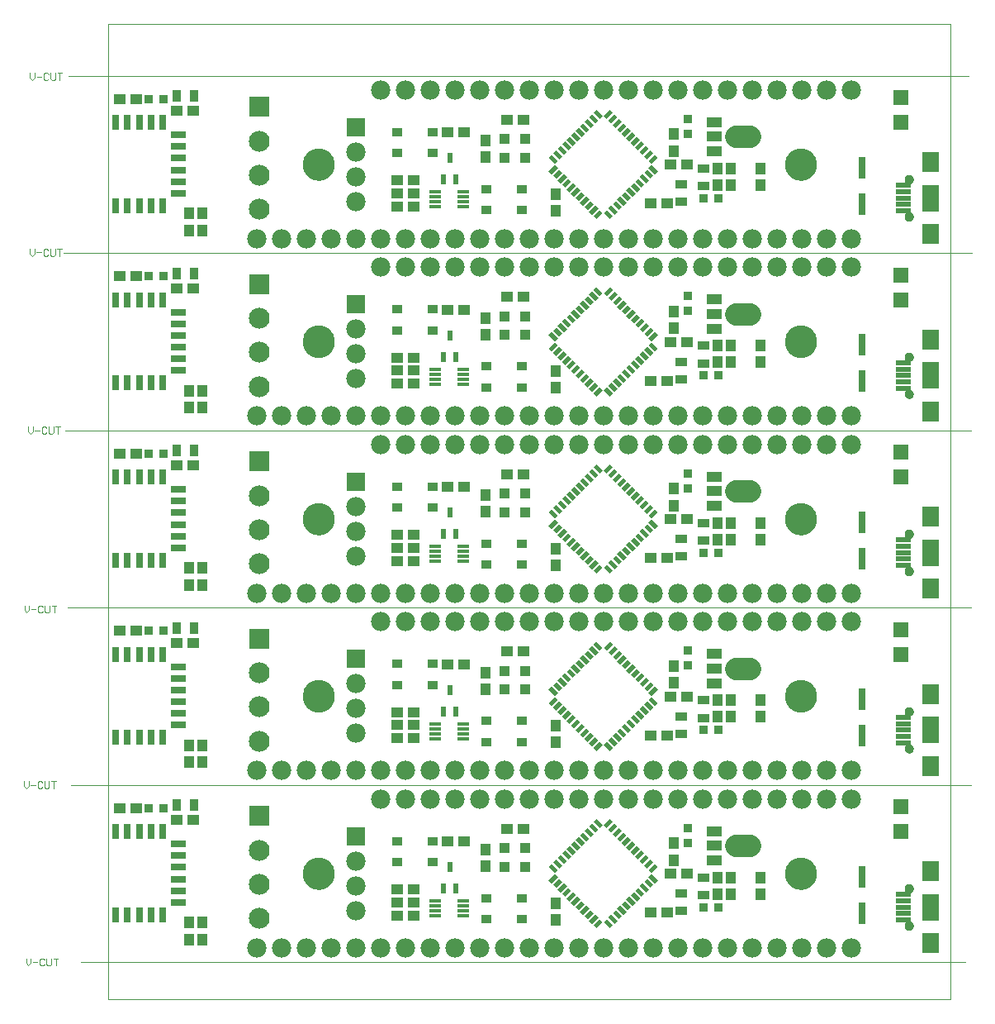
<source format=gts>
G75*
%MOIN*%
%OFA0B0*%
%FSLAX25Y25*%
%IPPOS*%
%LPD*%
%AMOC8*
5,1,8,0,0,1.08239X$1,22.5*
%
%ADD10C,0.00000*%
%ADD11C,0.12900*%
%ADD12C,0.00200*%
%ADD13R,0.04731X0.04337*%
%ADD14R,0.04337X0.04731*%
%ADD15R,0.03550X0.03550*%
%ADD16R,0.05124X0.03550*%
%ADD17C,0.07800*%
%ADD18C,0.09061*%
%ADD19R,0.06201X0.04134*%
%ADD20R,0.03550X0.01778*%
%ADD21R,0.08400X0.08400*%
%ADD22C,0.08400*%
%ADD23R,0.04600X0.01400*%
%ADD24R,0.07800X0.07800*%
%ADD25R,0.02959X0.09061*%
%ADD26R,0.03156X0.06306*%
%ADD27R,0.06306X0.03156*%
%ADD28R,0.06109X0.01975*%
%ADD29C,0.03746*%
%ADD30R,0.06693X0.07874*%
%ADD31R,0.06693X0.10630*%
%ADD32R,0.06400X0.06400*%
%ADD33R,0.04337X0.03550*%
%ADD34R,0.02369X0.04140*%
%ADD35R,0.03550X0.05124*%
%ADD36R,0.03943X0.04337*%
D10*
X0025950Y0016000D02*
X0036950Y0016000D01*
X0036950Y0001000D01*
X0376950Y0001000D01*
X0376950Y0016000D01*
X0382950Y0016000D01*
X0376950Y0016000D02*
X0036950Y0016000D01*
X0036950Y0087500D01*
X0022148Y0087500D01*
X0036950Y0087500D02*
X0036950Y0159000D01*
X0020648Y0159000D01*
X0036950Y0159000D02*
X0036950Y0230500D01*
X0019648Y0230500D01*
X0036950Y0230500D02*
X0036950Y0302000D01*
X0019148Y0302000D01*
X0036950Y0302000D02*
X0036950Y0373500D01*
X0020948Y0373500D01*
X0036950Y0373500D02*
X0036950Y0394500D01*
X0376950Y0394500D01*
X0376950Y0373500D01*
X0384409Y0373500D01*
X0376950Y0373500D02*
X0376950Y0302000D01*
X0385609Y0302000D01*
X0376950Y0302000D02*
X0036950Y0302000D01*
X0036950Y0373500D02*
X0376950Y0373500D01*
X0358614Y0331743D02*
X0358616Y0331824D01*
X0358622Y0331906D01*
X0358632Y0331987D01*
X0358646Y0332067D01*
X0358663Y0332146D01*
X0358685Y0332225D01*
X0358710Y0332302D01*
X0358739Y0332379D01*
X0358772Y0332453D01*
X0358809Y0332526D01*
X0358848Y0332597D01*
X0358892Y0332666D01*
X0358938Y0332733D01*
X0358988Y0332797D01*
X0359041Y0332859D01*
X0359097Y0332919D01*
X0359155Y0332975D01*
X0359217Y0333029D01*
X0359281Y0333080D01*
X0359347Y0333127D01*
X0359415Y0333171D01*
X0359486Y0333212D01*
X0359558Y0333249D01*
X0359633Y0333283D01*
X0359708Y0333313D01*
X0359786Y0333339D01*
X0359864Y0333362D01*
X0359943Y0333380D01*
X0360023Y0333395D01*
X0360104Y0333406D01*
X0360185Y0333413D01*
X0360267Y0333416D01*
X0360348Y0333415D01*
X0360429Y0333410D01*
X0360510Y0333401D01*
X0360591Y0333388D01*
X0360671Y0333371D01*
X0360749Y0333351D01*
X0360827Y0333326D01*
X0360904Y0333298D01*
X0360979Y0333266D01*
X0361052Y0333231D01*
X0361123Y0333192D01*
X0361193Y0333149D01*
X0361260Y0333104D01*
X0361326Y0333055D01*
X0361388Y0333003D01*
X0361448Y0332947D01*
X0361505Y0332889D01*
X0361560Y0332829D01*
X0361611Y0332765D01*
X0361659Y0332700D01*
X0361704Y0332632D01*
X0361746Y0332562D01*
X0361784Y0332490D01*
X0361819Y0332416D01*
X0361850Y0332341D01*
X0361877Y0332264D01*
X0361900Y0332186D01*
X0361920Y0332107D01*
X0361936Y0332027D01*
X0361948Y0331946D01*
X0361956Y0331865D01*
X0361960Y0331784D01*
X0361960Y0331702D01*
X0361956Y0331621D01*
X0361948Y0331540D01*
X0361936Y0331459D01*
X0361920Y0331379D01*
X0361900Y0331300D01*
X0361877Y0331222D01*
X0361850Y0331145D01*
X0361819Y0331070D01*
X0361784Y0330996D01*
X0361746Y0330924D01*
X0361704Y0330854D01*
X0361659Y0330786D01*
X0361611Y0330721D01*
X0361560Y0330657D01*
X0361505Y0330597D01*
X0361448Y0330539D01*
X0361388Y0330483D01*
X0361326Y0330431D01*
X0361260Y0330382D01*
X0361193Y0330337D01*
X0361124Y0330294D01*
X0361052Y0330255D01*
X0360979Y0330220D01*
X0360904Y0330188D01*
X0360827Y0330160D01*
X0360749Y0330135D01*
X0360671Y0330115D01*
X0360591Y0330098D01*
X0360510Y0330085D01*
X0360429Y0330076D01*
X0360348Y0330071D01*
X0360267Y0330070D01*
X0360185Y0330073D01*
X0360104Y0330080D01*
X0360023Y0330091D01*
X0359943Y0330106D01*
X0359864Y0330124D01*
X0359786Y0330147D01*
X0359708Y0330173D01*
X0359633Y0330203D01*
X0359558Y0330237D01*
X0359486Y0330274D01*
X0359415Y0330315D01*
X0359347Y0330359D01*
X0359281Y0330406D01*
X0359217Y0330457D01*
X0359155Y0330511D01*
X0359097Y0330567D01*
X0359041Y0330627D01*
X0358988Y0330689D01*
X0358938Y0330753D01*
X0358892Y0330820D01*
X0358848Y0330889D01*
X0358809Y0330960D01*
X0358772Y0331033D01*
X0358739Y0331107D01*
X0358710Y0331184D01*
X0358685Y0331261D01*
X0358663Y0331340D01*
X0358646Y0331419D01*
X0358632Y0331499D01*
X0358622Y0331580D01*
X0358616Y0331662D01*
X0358614Y0331743D01*
X0358614Y0316782D02*
X0358616Y0316863D01*
X0358622Y0316945D01*
X0358632Y0317026D01*
X0358646Y0317106D01*
X0358663Y0317185D01*
X0358685Y0317264D01*
X0358710Y0317341D01*
X0358739Y0317418D01*
X0358772Y0317492D01*
X0358809Y0317565D01*
X0358848Y0317636D01*
X0358892Y0317705D01*
X0358938Y0317772D01*
X0358988Y0317836D01*
X0359041Y0317898D01*
X0359097Y0317958D01*
X0359155Y0318014D01*
X0359217Y0318068D01*
X0359281Y0318119D01*
X0359347Y0318166D01*
X0359415Y0318210D01*
X0359486Y0318251D01*
X0359558Y0318288D01*
X0359633Y0318322D01*
X0359708Y0318352D01*
X0359786Y0318378D01*
X0359864Y0318401D01*
X0359943Y0318419D01*
X0360023Y0318434D01*
X0360104Y0318445D01*
X0360185Y0318452D01*
X0360267Y0318455D01*
X0360348Y0318454D01*
X0360429Y0318449D01*
X0360510Y0318440D01*
X0360591Y0318427D01*
X0360671Y0318410D01*
X0360749Y0318390D01*
X0360827Y0318365D01*
X0360904Y0318337D01*
X0360979Y0318305D01*
X0361052Y0318270D01*
X0361123Y0318231D01*
X0361193Y0318188D01*
X0361260Y0318143D01*
X0361326Y0318094D01*
X0361388Y0318042D01*
X0361448Y0317986D01*
X0361505Y0317928D01*
X0361560Y0317868D01*
X0361611Y0317804D01*
X0361659Y0317739D01*
X0361704Y0317671D01*
X0361746Y0317601D01*
X0361784Y0317529D01*
X0361819Y0317455D01*
X0361850Y0317380D01*
X0361877Y0317303D01*
X0361900Y0317225D01*
X0361920Y0317146D01*
X0361936Y0317066D01*
X0361948Y0316985D01*
X0361956Y0316904D01*
X0361960Y0316823D01*
X0361960Y0316741D01*
X0361956Y0316660D01*
X0361948Y0316579D01*
X0361936Y0316498D01*
X0361920Y0316418D01*
X0361900Y0316339D01*
X0361877Y0316261D01*
X0361850Y0316184D01*
X0361819Y0316109D01*
X0361784Y0316035D01*
X0361746Y0315963D01*
X0361704Y0315893D01*
X0361659Y0315825D01*
X0361611Y0315760D01*
X0361560Y0315696D01*
X0361505Y0315636D01*
X0361448Y0315578D01*
X0361388Y0315522D01*
X0361326Y0315470D01*
X0361260Y0315421D01*
X0361193Y0315376D01*
X0361124Y0315333D01*
X0361052Y0315294D01*
X0360979Y0315259D01*
X0360904Y0315227D01*
X0360827Y0315199D01*
X0360749Y0315174D01*
X0360671Y0315154D01*
X0360591Y0315137D01*
X0360510Y0315124D01*
X0360429Y0315115D01*
X0360348Y0315110D01*
X0360267Y0315109D01*
X0360185Y0315112D01*
X0360104Y0315119D01*
X0360023Y0315130D01*
X0359943Y0315145D01*
X0359864Y0315163D01*
X0359786Y0315186D01*
X0359708Y0315212D01*
X0359633Y0315242D01*
X0359558Y0315276D01*
X0359486Y0315313D01*
X0359415Y0315354D01*
X0359347Y0315398D01*
X0359281Y0315445D01*
X0359217Y0315496D01*
X0359155Y0315550D01*
X0359097Y0315606D01*
X0359041Y0315666D01*
X0358988Y0315728D01*
X0358938Y0315792D01*
X0358892Y0315859D01*
X0358848Y0315928D01*
X0358809Y0315999D01*
X0358772Y0316072D01*
X0358739Y0316146D01*
X0358710Y0316223D01*
X0358685Y0316300D01*
X0358663Y0316379D01*
X0358646Y0316458D01*
X0358632Y0316538D01*
X0358622Y0316619D01*
X0358616Y0316701D01*
X0358614Y0316782D01*
X0376950Y0302000D02*
X0376950Y0230500D01*
X0385509Y0230500D01*
X0376950Y0230500D02*
X0036950Y0230500D01*
X0036950Y0159000D02*
X0376950Y0159000D01*
X0385509Y0159000D01*
X0376950Y0159000D02*
X0376950Y0230500D01*
X0358614Y0245282D02*
X0358616Y0245363D01*
X0358622Y0245445D01*
X0358632Y0245526D01*
X0358646Y0245606D01*
X0358663Y0245685D01*
X0358685Y0245764D01*
X0358710Y0245841D01*
X0358739Y0245918D01*
X0358772Y0245992D01*
X0358809Y0246065D01*
X0358848Y0246136D01*
X0358892Y0246205D01*
X0358938Y0246272D01*
X0358988Y0246336D01*
X0359041Y0246398D01*
X0359097Y0246458D01*
X0359155Y0246514D01*
X0359217Y0246568D01*
X0359281Y0246619D01*
X0359347Y0246666D01*
X0359415Y0246710D01*
X0359486Y0246751D01*
X0359558Y0246788D01*
X0359633Y0246822D01*
X0359708Y0246852D01*
X0359786Y0246878D01*
X0359864Y0246901D01*
X0359943Y0246919D01*
X0360023Y0246934D01*
X0360104Y0246945D01*
X0360185Y0246952D01*
X0360267Y0246955D01*
X0360348Y0246954D01*
X0360429Y0246949D01*
X0360510Y0246940D01*
X0360591Y0246927D01*
X0360671Y0246910D01*
X0360749Y0246890D01*
X0360827Y0246865D01*
X0360904Y0246837D01*
X0360979Y0246805D01*
X0361052Y0246770D01*
X0361123Y0246731D01*
X0361193Y0246688D01*
X0361260Y0246643D01*
X0361326Y0246594D01*
X0361388Y0246542D01*
X0361448Y0246486D01*
X0361505Y0246428D01*
X0361560Y0246368D01*
X0361611Y0246304D01*
X0361659Y0246239D01*
X0361704Y0246171D01*
X0361746Y0246101D01*
X0361784Y0246029D01*
X0361819Y0245955D01*
X0361850Y0245880D01*
X0361877Y0245803D01*
X0361900Y0245725D01*
X0361920Y0245646D01*
X0361936Y0245566D01*
X0361948Y0245485D01*
X0361956Y0245404D01*
X0361960Y0245323D01*
X0361960Y0245241D01*
X0361956Y0245160D01*
X0361948Y0245079D01*
X0361936Y0244998D01*
X0361920Y0244918D01*
X0361900Y0244839D01*
X0361877Y0244761D01*
X0361850Y0244684D01*
X0361819Y0244609D01*
X0361784Y0244535D01*
X0361746Y0244463D01*
X0361704Y0244393D01*
X0361659Y0244325D01*
X0361611Y0244260D01*
X0361560Y0244196D01*
X0361505Y0244136D01*
X0361448Y0244078D01*
X0361388Y0244022D01*
X0361326Y0243970D01*
X0361260Y0243921D01*
X0361193Y0243876D01*
X0361124Y0243833D01*
X0361052Y0243794D01*
X0360979Y0243759D01*
X0360904Y0243727D01*
X0360827Y0243699D01*
X0360749Y0243674D01*
X0360671Y0243654D01*
X0360591Y0243637D01*
X0360510Y0243624D01*
X0360429Y0243615D01*
X0360348Y0243610D01*
X0360267Y0243609D01*
X0360185Y0243612D01*
X0360104Y0243619D01*
X0360023Y0243630D01*
X0359943Y0243645D01*
X0359864Y0243663D01*
X0359786Y0243686D01*
X0359708Y0243712D01*
X0359633Y0243742D01*
X0359558Y0243776D01*
X0359486Y0243813D01*
X0359415Y0243854D01*
X0359347Y0243898D01*
X0359281Y0243945D01*
X0359217Y0243996D01*
X0359155Y0244050D01*
X0359097Y0244106D01*
X0359041Y0244166D01*
X0358988Y0244228D01*
X0358938Y0244292D01*
X0358892Y0244359D01*
X0358848Y0244428D01*
X0358809Y0244499D01*
X0358772Y0244572D01*
X0358739Y0244646D01*
X0358710Y0244723D01*
X0358685Y0244800D01*
X0358663Y0244879D01*
X0358646Y0244958D01*
X0358632Y0245038D01*
X0358622Y0245119D01*
X0358616Y0245201D01*
X0358614Y0245282D01*
X0358614Y0260243D02*
X0358616Y0260324D01*
X0358622Y0260406D01*
X0358632Y0260487D01*
X0358646Y0260567D01*
X0358663Y0260646D01*
X0358685Y0260725D01*
X0358710Y0260802D01*
X0358739Y0260879D01*
X0358772Y0260953D01*
X0358809Y0261026D01*
X0358848Y0261097D01*
X0358892Y0261166D01*
X0358938Y0261233D01*
X0358988Y0261297D01*
X0359041Y0261359D01*
X0359097Y0261419D01*
X0359155Y0261475D01*
X0359217Y0261529D01*
X0359281Y0261580D01*
X0359347Y0261627D01*
X0359415Y0261671D01*
X0359486Y0261712D01*
X0359558Y0261749D01*
X0359633Y0261783D01*
X0359708Y0261813D01*
X0359786Y0261839D01*
X0359864Y0261862D01*
X0359943Y0261880D01*
X0360023Y0261895D01*
X0360104Y0261906D01*
X0360185Y0261913D01*
X0360267Y0261916D01*
X0360348Y0261915D01*
X0360429Y0261910D01*
X0360510Y0261901D01*
X0360591Y0261888D01*
X0360671Y0261871D01*
X0360749Y0261851D01*
X0360827Y0261826D01*
X0360904Y0261798D01*
X0360979Y0261766D01*
X0361052Y0261731D01*
X0361123Y0261692D01*
X0361193Y0261649D01*
X0361260Y0261604D01*
X0361326Y0261555D01*
X0361388Y0261503D01*
X0361448Y0261447D01*
X0361505Y0261389D01*
X0361560Y0261329D01*
X0361611Y0261265D01*
X0361659Y0261200D01*
X0361704Y0261132D01*
X0361746Y0261062D01*
X0361784Y0260990D01*
X0361819Y0260916D01*
X0361850Y0260841D01*
X0361877Y0260764D01*
X0361900Y0260686D01*
X0361920Y0260607D01*
X0361936Y0260527D01*
X0361948Y0260446D01*
X0361956Y0260365D01*
X0361960Y0260284D01*
X0361960Y0260202D01*
X0361956Y0260121D01*
X0361948Y0260040D01*
X0361936Y0259959D01*
X0361920Y0259879D01*
X0361900Y0259800D01*
X0361877Y0259722D01*
X0361850Y0259645D01*
X0361819Y0259570D01*
X0361784Y0259496D01*
X0361746Y0259424D01*
X0361704Y0259354D01*
X0361659Y0259286D01*
X0361611Y0259221D01*
X0361560Y0259157D01*
X0361505Y0259097D01*
X0361448Y0259039D01*
X0361388Y0258983D01*
X0361326Y0258931D01*
X0361260Y0258882D01*
X0361193Y0258837D01*
X0361124Y0258794D01*
X0361052Y0258755D01*
X0360979Y0258720D01*
X0360904Y0258688D01*
X0360827Y0258660D01*
X0360749Y0258635D01*
X0360671Y0258615D01*
X0360591Y0258598D01*
X0360510Y0258585D01*
X0360429Y0258576D01*
X0360348Y0258571D01*
X0360267Y0258570D01*
X0360185Y0258573D01*
X0360104Y0258580D01*
X0360023Y0258591D01*
X0359943Y0258606D01*
X0359864Y0258624D01*
X0359786Y0258647D01*
X0359708Y0258673D01*
X0359633Y0258703D01*
X0359558Y0258737D01*
X0359486Y0258774D01*
X0359415Y0258815D01*
X0359347Y0258859D01*
X0359281Y0258906D01*
X0359217Y0258957D01*
X0359155Y0259011D01*
X0359097Y0259067D01*
X0359041Y0259127D01*
X0358988Y0259189D01*
X0358938Y0259253D01*
X0358892Y0259320D01*
X0358848Y0259389D01*
X0358809Y0259460D01*
X0358772Y0259533D01*
X0358739Y0259607D01*
X0358710Y0259684D01*
X0358685Y0259761D01*
X0358663Y0259840D01*
X0358646Y0259919D01*
X0358632Y0259999D01*
X0358622Y0260080D01*
X0358616Y0260162D01*
X0358614Y0260243D01*
X0310399Y0266362D02*
X0310401Y0266520D01*
X0310407Y0266677D01*
X0310417Y0266835D01*
X0310431Y0266992D01*
X0310449Y0267148D01*
X0310470Y0267305D01*
X0310496Y0267460D01*
X0310526Y0267615D01*
X0310559Y0267769D01*
X0310597Y0267922D01*
X0310638Y0268075D01*
X0310683Y0268226D01*
X0310732Y0268376D01*
X0310785Y0268524D01*
X0310841Y0268672D01*
X0310902Y0268817D01*
X0310965Y0268962D01*
X0311033Y0269104D01*
X0311104Y0269245D01*
X0311178Y0269384D01*
X0311256Y0269521D01*
X0311338Y0269656D01*
X0311422Y0269789D01*
X0311511Y0269920D01*
X0311602Y0270048D01*
X0311697Y0270175D01*
X0311794Y0270298D01*
X0311895Y0270420D01*
X0311999Y0270538D01*
X0312106Y0270654D01*
X0312216Y0270767D01*
X0312328Y0270878D01*
X0312444Y0270985D01*
X0312562Y0271090D01*
X0312682Y0271192D01*
X0312805Y0271290D01*
X0312931Y0271386D01*
X0313059Y0271478D01*
X0313189Y0271567D01*
X0313321Y0271653D01*
X0313456Y0271735D01*
X0313593Y0271814D01*
X0313731Y0271889D01*
X0313871Y0271961D01*
X0314014Y0272029D01*
X0314157Y0272094D01*
X0314303Y0272155D01*
X0314450Y0272212D01*
X0314598Y0272266D01*
X0314748Y0272316D01*
X0314898Y0272362D01*
X0315050Y0272404D01*
X0315203Y0272443D01*
X0315357Y0272477D01*
X0315512Y0272508D01*
X0315667Y0272534D01*
X0315823Y0272557D01*
X0315980Y0272576D01*
X0316137Y0272591D01*
X0316294Y0272602D01*
X0316452Y0272609D01*
X0316610Y0272612D01*
X0316767Y0272611D01*
X0316925Y0272606D01*
X0317082Y0272597D01*
X0317240Y0272584D01*
X0317396Y0272567D01*
X0317553Y0272546D01*
X0317708Y0272522D01*
X0317863Y0272493D01*
X0318018Y0272460D01*
X0318171Y0272424D01*
X0318324Y0272383D01*
X0318475Y0272339D01*
X0318625Y0272291D01*
X0318774Y0272240D01*
X0318922Y0272184D01*
X0319068Y0272125D01*
X0319213Y0272062D01*
X0319356Y0271995D01*
X0319497Y0271925D01*
X0319636Y0271852D01*
X0319774Y0271775D01*
X0319910Y0271694D01*
X0320043Y0271610D01*
X0320174Y0271523D01*
X0320303Y0271432D01*
X0320430Y0271338D01*
X0320555Y0271241D01*
X0320676Y0271141D01*
X0320796Y0271038D01*
X0320912Y0270932D01*
X0321026Y0270823D01*
X0321138Y0270711D01*
X0321246Y0270597D01*
X0321351Y0270479D01*
X0321454Y0270359D01*
X0321553Y0270237D01*
X0321649Y0270112D01*
X0321742Y0269984D01*
X0321832Y0269855D01*
X0321918Y0269723D01*
X0322002Y0269589D01*
X0322081Y0269453D01*
X0322158Y0269315D01*
X0322230Y0269175D01*
X0322299Y0269033D01*
X0322365Y0268890D01*
X0322427Y0268745D01*
X0322485Y0268598D01*
X0322540Y0268450D01*
X0322591Y0268301D01*
X0322638Y0268150D01*
X0322681Y0267999D01*
X0322720Y0267846D01*
X0322756Y0267692D01*
X0322787Y0267538D01*
X0322815Y0267383D01*
X0322839Y0267227D01*
X0322859Y0267070D01*
X0322875Y0266913D01*
X0322887Y0266756D01*
X0322895Y0266599D01*
X0322899Y0266441D01*
X0322899Y0266283D01*
X0322895Y0266125D01*
X0322887Y0265968D01*
X0322875Y0265811D01*
X0322859Y0265654D01*
X0322839Y0265497D01*
X0322815Y0265341D01*
X0322787Y0265186D01*
X0322756Y0265032D01*
X0322720Y0264878D01*
X0322681Y0264725D01*
X0322638Y0264574D01*
X0322591Y0264423D01*
X0322540Y0264274D01*
X0322485Y0264126D01*
X0322427Y0263979D01*
X0322365Y0263834D01*
X0322299Y0263691D01*
X0322230Y0263549D01*
X0322158Y0263409D01*
X0322081Y0263271D01*
X0322002Y0263135D01*
X0321918Y0263001D01*
X0321832Y0262869D01*
X0321742Y0262740D01*
X0321649Y0262612D01*
X0321553Y0262487D01*
X0321454Y0262365D01*
X0321351Y0262245D01*
X0321246Y0262127D01*
X0321138Y0262013D01*
X0321026Y0261901D01*
X0320912Y0261792D01*
X0320796Y0261686D01*
X0320676Y0261583D01*
X0320555Y0261483D01*
X0320430Y0261386D01*
X0320303Y0261292D01*
X0320174Y0261201D01*
X0320043Y0261114D01*
X0319910Y0261030D01*
X0319774Y0260949D01*
X0319636Y0260872D01*
X0319497Y0260799D01*
X0319356Y0260729D01*
X0319213Y0260662D01*
X0319068Y0260599D01*
X0318922Y0260540D01*
X0318774Y0260484D01*
X0318625Y0260433D01*
X0318475Y0260385D01*
X0318324Y0260341D01*
X0318171Y0260300D01*
X0318018Y0260264D01*
X0317863Y0260231D01*
X0317708Y0260202D01*
X0317553Y0260178D01*
X0317396Y0260157D01*
X0317240Y0260140D01*
X0317082Y0260127D01*
X0316925Y0260118D01*
X0316767Y0260113D01*
X0316610Y0260112D01*
X0316452Y0260115D01*
X0316294Y0260122D01*
X0316137Y0260133D01*
X0315980Y0260148D01*
X0315823Y0260167D01*
X0315667Y0260190D01*
X0315512Y0260216D01*
X0315357Y0260247D01*
X0315203Y0260281D01*
X0315050Y0260320D01*
X0314898Y0260362D01*
X0314748Y0260408D01*
X0314598Y0260458D01*
X0314450Y0260512D01*
X0314303Y0260569D01*
X0314157Y0260630D01*
X0314014Y0260695D01*
X0313871Y0260763D01*
X0313731Y0260835D01*
X0313593Y0260910D01*
X0313456Y0260989D01*
X0313321Y0261071D01*
X0313189Y0261157D01*
X0313059Y0261246D01*
X0312931Y0261338D01*
X0312805Y0261434D01*
X0312682Y0261532D01*
X0312562Y0261634D01*
X0312444Y0261739D01*
X0312328Y0261846D01*
X0312216Y0261957D01*
X0312106Y0262070D01*
X0311999Y0262186D01*
X0311895Y0262304D01*
X0311794Y0262426D01*
X0311697Y0262549D01*
X0311602Y0262676D01*
X0311511Y0262804D01*
X0311422Y0262935D01*
X0311338Y0263068D01*
X0311256Y0263203D01*
X0311178Y0263340D01*
X0311104Y0263479D01*
X0311033Y0263620D01*
X0310965Y0263762D01*
X0310902Y0263907D01*
X0310841Y0264052D01*
X0310785Y0264200D01*
X0310732Y0264348D01*
X0310683Y0264498D01*
X0310638Y0264649D01*
X0310597Y0264802D01*
X0310559Y0264955D01*
X0310526Y0265109D01*
X0310496Y0265264D01*
X0310470Y0265419D01*
X0310449Y0265576D01*
X0310431Y0265732D01*
X0310417Y0265889D01*
X0310407Y0266047D01*
X0310401Y0266204D01*
X0310399Y0266362D01*
X0310399Y0194862D02*
X0310401Y0195020D01*
X0310407Y0195177D01*
X0310417Y0195335D01*
X0310431Y0195492D01*
X0310449Y0195648D01*
X0310470Y0195805D01*
X0310496Y0195960D01*
X0310526Y0196115D01*
X0310559Y0196269D01*
X0310597Y0196422D01*
X0310638Y0196575D01*
X0310683Y0196726D01*
X0310732Y0196876D01*
X0310785Y0197024D01*
X0310841Y0197172D01*
X0310902Y0197317D01*
X0310965Y0197462D01*
X0311033Y0197604D01*
X0311104Y0197745D01*
X0311178Y0197884D01*
X0311256Y0198021D01*
X0311338Y0198156D01*
X0311422Y0198289D01*
X0311511Y0198420D01*
X0311602Y0198548D01*
X0311697Y0198675D01*
X0311794Y0198798D01*
X0311895Y0198920D01*
X0311999Y0199038D01*
X0312106Y0199154D01*
X0312216Y0199267D01*
X0312328Y0199378D01*
X0312444Y0199485D01*
X0312562Y0199590D01*
X0312682Y0199692D01*
X0312805Y0199790D01*
X0312931Y0199886D01*
X0313059Y0199978D01*
X0313189Y0200067D01*
X0313321Y0200153D01*
X0313456Y0200235D01*
X0313593Y0200314D01*
X0313731Y0200389D01*
X0313871Y0200461D01*
X0314014Y0200529D01*
X0314157Y0200594D01*
X0314303Y0200655D01*
X0314450Y0200712D01*
X0314598Y0200766D01*
X0314748Y0200816D01*
X0314898Y0200862D01*
X0315050Y0200904D01*
X0315203Y0200943D01*
X0315357Y0200977D01*
X0315512Y0201008D01*
X0315667Y0201034D01*
X0315823Y0201057D01*
X0315980Y0201076D01*
X0316137Y0201091D01*
X0316294Y0201102D01*
X0316452Y0201109D01*
X0316610Y0201112D01*
X0316767Y0201111D01*
X0316925Y0201106D01*
X0317082Y0201097D01*
X0317240Y0201084D01*
X0317396Y0201067D01*
X0317553Y0201046D01*
X0317708Y0201022D01*
X0317863Y0200993D01*
X0318018Y0200960D01*
X0318171Y0200924D01*
X0318324Y0200883D01*
X0318475Y0200839D01*
X0318625Y0200791D01*
X0318774Y0200740D01*
X0318922Y0200684D01*
X0319068Y0200625D01*
X0319213Y0200562D01*
X0319356Y0200495D01*
X0319497Y0200425D01*
X0319636Y0200352D01*
X0319774Y0200275D01*
X0319910Y0200194D01*
X0320043Y0200110D01*
X0320174Y0200023D01*
X0320303Y0199932D01*
X0320430Y0199838D01*
X0320555Y0199741D01*
X0320676Y0199641D01*
X0320796Y0199538D01*
X0320912Y0199432D01*
X0321026Y0199323D01*
X0321138Y0199211D01*
X0321246Y0199097D01*
X0321351Y0198979D01*
X0321454Y0198859D01*
X0321553Y0198737D01*
X0321649Y0198612D01*
X0321742Y0198484D01*
X0321832Y0198355D01*
X0321918Y0198223D01*
X0322002Y0198089D01*
X0322081Y0197953D01*
X0322158Y0197815D01*
X0322230Y0197675D01*
X0322299Y0197533D01*
X0322365Y0197390D01*
X0322427Y0197245D01*
X0322485Y0197098D01*
X0322540Y0196950D01*
X0322591Y0196801D01*
X0322638Y0196650D01*
X0322681Y0196499D01*
X0322720Y0196346D01*
X0322756Y0196192D01*
X0322787Y0196038D01*
X0322815Y0195883D01*
X0322839Y0195727D01*
X0322859Y0195570D01*
X0322875Y0195413D01*
X0322887Y0195256D01*
X0322895Y0195099D01*
X0322899Y0194941D01*
X0322899Y0194783D01*
X0322895Y0194625D01*
X0322887Y0194468D01*
X0322875Y0194311D01*
X0322859Y0194154D01*
X0322839Y0193997D01*
X0322815Y0193841D01*
X0322787Y0193686D01*
X0322756Y0193532D01*
X0322720Y0193378D01*
X0322681Y0193225D01*
X0322638Y0193074D01*
X0322591Y0192923D01*
X0322540Y0192774D01*
X0322485Y0192626D01*
X0322427Y0192479D01*
X0322365Y0192334D01*
X0322299Y0192191D01*
X0322230Y0192049D01*
X0322158Y0191909D01*
X0322081Y0191771D01*
X0322002Y0191635D01*
X0321918Y0191501D01*
X0321832Y0191369D01*
X0321742Y0191240D01*
X0321649Y0191112D01*
X0321553Y0190987D01*
X0321454Y0190865D01*
X0321351Y0190745D01*
X0321246Y0190627D01*
X0321138Y0190513D01*
X0321026Y0190401D01*
X0320912Y0190292D01*
X0320796Y0190186D01*
X0320676Y0190083D01*
X0320555Y0189983D01*
X0320430Y0189886D01*
X0320303Y0189792D01*
X0320174Y0189701D01*
X0320043Y0189614D01*
X0319910Y0189530D01*
X0319774Y0189449D01*
X0319636Y0189372D01*
X0319497Y0189299D01*
X0319356Y0189229D01*
X0319213Y0189162D01*
X0319068Y0189099D01*
X0318922Y0189040D01*
X0318774Y0188984D01*
X0318625Y0188933D01*
X0318475Y0188885D01*
X0318324Y0188841D01*
X0318171Y0188800D01*
X0318018Y0188764D01*
X0317863Y0188731D01*
X0317708Y0188702D01*
X0317553Y0188678D01*
X0317396Y0188657D01*
X0317240Y0188640D01*
X0317082Y0188627D01*
X0316925Y0188618D01*
X0316767Y0188613D01*
X0316610Y0188612D01*
X0316452Y0188615D01*
X0316294Y0188622D01*
X0316137Y0188633D01*
X0315980Y0188648D01*
X0315823Y0188667D01*
X0315667Y0188690D01*
X0315512Y0188716D01*
X0315357Y0188747D01*
X0315203Y0188781D01*
X0315050Y0188820D01*
X0314898Y0188862D01*
X0314748Y0188908D01*
X0314598Y0188958D01*
X0314450Y0189012D01*
X0314303Y0189069D01*
X0314157Y0189130D01*
X0314014Y0189195D01*
X0313871Y0189263D01*
X0313731Y0189335D01*
X0313593Y0189410D01*
X0313456Y0189489D01*
X0313321Y0189571D01*
X0313189Y0189657D01*
X0313059Y0189746D01*
X0312931Y0189838D01*
X0312805Y0189934D01*
X0312682Y0190032D01*
X0312562Y0190134D01*
X0312444Y0190239D01*
X0312328Y0190346D01*
X0312216Y0190457D01*
X0312106Y0190570D01*
X0311999Y0190686D01*
X0311895Y0190804D01*
X0311794Y0190926D01*
X0311697Y0191049D01*
X0311602Y0191176D01*
X0311511Y0191304D01*
X0311422Y0191435D01*
X0311338Y0191568D01*
X0311256Y0191703D01*
X0311178Y0191840D01*
X0311104Y0191979D01*
X0311033Y0192120D01*
X0310965Y0192262D01*
X0310902Y0192407D01*
X0310841Y0192552D01*
X0310785Y0192700D01*
X0310732Y0192848D01*
X0310683Y0192998D01*
X0310638Y0193149D01*
X0310597Y0193302D01*
X0310559Y0193455D01*
X0310526Y0193609D01*
X0310496Y0193764D01*
X0310470Y0193919D01*
X0310449Y0194076D01*
X0310431Y0194232D01*
X0310417Y0194389D01*
X0310407Y0194547D01*
X0310401Y0194704D01*
X0310399Y0194862D01*
X0358614Y0188743D02*
X0358616Y0188824D01*
X0358622Y0188906D01*
X0358632Y0188987D01*
X0358646Y0189067D01*
X0358663Y0189146D01*
X0358685Y0189225D01*
X0358710Y0189302D01*
X0358739Y0189379D01*
X0358772Y0189453D01*
X0358809Y0189526D01*
X0358848Y0189597D01*
X0358892Y0189666D01*
X0358938Y0189733D01*
X0358988Y0189797D01*
X0359041Y0189859D01*
X0359097Y0189919D01*
X0359155Y0189975D01*
X0359217Y0190029D01*
X0359281Y0190080D01*
X0359347Y0190127D01*
X0359415Y0190171D01*
X0359486Y0190212D01*
X0359558Y0190249D01*
X0359633Y0190283D01*
X0359708Y0190313D01*
X0359786Y0190339D01*
X0359864Y0190362D01*
X0359943Y0190380D01*
X0360023Y0190395D01*
X0360104Y0190406D01*
X0360185Y0190413D01*
X0360267Y0190416D01*
X0360348Y0190415D01*
X0360429Y0190410D01*
X0360510Y0190401D01*
X0360591Y0190388D01*
X0360671Y0190371D01*
X0360749Y0190351D01*
X0360827Y0190326D01*
X0360904Y0190298D01*
X0360979Y0190266D01*
X0361052Y0190231D01*
X0361123Y0190192D01*
X0361193Y0190149D01*
X0361260Y0190104D01*
X0361326Y0190055D01*
X0361388Y0190003D01*
X0361448Y0189947D01*
X0361505Y0189889D01*
X0361560Y0189829D01*
X0361611Y0189765D01*
X0361659Y0189700D01*
X0361704Y0189632D01*
X0361746Y0189562D01*
X0361784Y0189490D01*
X0361819Y0189416D01*
X0361850Y0189341D01*
X0361877Y0189264D01*
X0361900Y0189186D01*
X0361920Y0189107D01*
X0361936Y0189027D01*
X0361948Y0188946D01*
X0361956Y0188865D01*
X0361960Y0188784D01*
X0361960Y0188702D01*
X0361956Y0188621D01*
X0361948Y0188540D01*
X0361936Y0188459D01*
X0361920Y0188379D01*
X0361900Y0188300D01*
X0361877Y0188222D01*
X0361850Y0188145D01*
X0361819Y0188070D01*
X0361784Y0187996D01*
X0361746Y0187924D01*
X0361704Y0187854D01*
X0361659Y0187786D01*
X0361611Y0187721D01*
X0361560Y0187657D01*
X0361505Y0187597D01*
X0361448Y0187539D01*
X0361388Y0187483D01*
X0361326Y0187431D01*
X0361260Y0187382D01*
X0361193Y0187337D01*
X0361124Y0187294D01*
X0361052Y0187255D01*
X0360979Y0187220D01*
X0360904Y0187188D01*
X0360827Y0187160D01*
X0360749Y0187135D01*
X0360671Y0187115D01*
X0360591Y0187098D01*
X0360510Y0187085D01*
X0360429Y0187076D01*
X0360348Y0187071D01*
X0360267Y0187070D01*
X0360185Y0187073D01*
X0360104Y0187080D01*
X0360023Y0187091D01*
X0359943Y0187106D01*
X0359864Y0187124D01*
X0359786Y0187147D01*
X0359708Y0187173D01*
X0359633Y0187203D01*
X0359558Y0187237D01*
X0359486Y0187274D01*
X0359415Y0187315D01*
X0359347Y0187359D01*
X0359281Y0187406D01*
X0359217Y0187457D01*
X0359155Y0187511D01*
X0359097Y0187567D01*
X0359041Y0187627D01*
X0358988Y0187689D01*
X0358938Y0187753D01*
X0358892Y0187820D01*
X0358848Y0187889D01*
X0358809Y0187960D01*
X0358772Y0188033D01*
X0358739Y0188107D01*
X0358710Y0188184D01*
X0358685Y0188261D01*
X0358663Y0188340D01*
X0358646Y0188419D01*
X0358632Y0188499D01*
X0358622Y0188580D01*
X0358616Y0188662D01*
X0358614Y0188743D01*
X0358614Y0173782D02*
X0358616Y0173863D01*
X0358622Y0173945D01*
X0358632Y0174026D01*
X0358646Y0174106D01*
X0358663Y0174185D01*
X0358685Y0174264D01*
X0358710Y0174341D01*
X0358739Y0174418D01*
X0358772Y0174492D01*
X0358809Y0174565D01*
X0358848Y0174636D01*
X0358892Y0174705D01*
X0358938Y0174772D01*
X0358988Y0174836D01*
X0359041Y0174898D01*
X0359097Y0174958D01*
X0359155Y0175014D01*
X0359217Y0175068D01*
X0359281Y0175119D01*
X0359347Y0175166D01*
X0359415Y0175210D01*
X0359486Y0175251D01*
X0359558Y0175288D01*
X0359633Y0175322D01*
X0359708Y0175352D01*
X0359786Y0175378D01*
X0359864Y0175401D01*
X0359943Y0175419D01*
X0360023Y0175434D01*
X0360104Y0175445D01*
X0360185Y0175452D01*
X0360267Y0175455D01*
X0360348Y0175454D01*
X0360429Y0175449D01*
X0360510Y0175440D01*
X0360591Y0175427D01*
X0360671Y0175410D01*
X0360749Y0175390D01*
X0360827Y0175365D01*
X0360904Y0175337D01*
X0360979Y0175305D01*
X0361052Y0175270D01*
X0361123Y0175231D01*
X0361193Y0175188D01*
X0361260Y0175143D01*
X0361326Y0175094D01*
X0361388Y0175042D01*
X0361448Y0174986D01*
X0361505Y0174928D01*
X0361560Y0174868D01*
X0361611Y0174804D01*
X0361659Y0174739D01*
X0361704Y0174671D01*
X0361746Y0174601D01*
X0361784Y0174529D01*
X0361819Y0174455D01*
X0361850Y0174380D01*
X0361877Y0174303D01*
X0361900Y0174225D01*
X0361920Y0174146D01*
X0361936Y0174066D01*
X0361948Y0173985D01*
X0361956Y0173904D01*
X0361960Y0173823D01*
X0361960Y0173741D01*
X0361956Y0173660D01*
X0361948Y0173579D01*
X0361936Y0173498D01*
X0361920Y0173418D01*
X0361900Y0173339D01*
X0361877Y0173261D01*
X0361850Y0173184D01*
X0361819Y0173109D01*
X0361784Y0173035D01*
X0361746Y0172963D01*
X0361704Y0172893D01*
X0361659Y0172825D01*
X0361611Y0172760D01*
X0361560Y0172696D01*
X0361505Y0172636D01*
X0361448Y0172578D01*
X0361388Y0172522D01*
X0361326Y0172470D01*
X0361260Y0172421D01*
X0361193Y0172376D01*
X0361124Y0172333D01*
X0361052Y0172294D01*
X0360979Y0172259D01*
X0360904Y0172227D01*
X0360827Y0172199D01*
X0360749Y0172174D01*
X0360671Y0172154D01*
X0360591Y0172137D01*
X0360510Y0172124D01*
X0360429Y0172115D01*
X0360348Y0172110D01*
X0360267Y0172109D01*
X0360185Y0172112D01*
X0360104Y0172119D01*
X0360023Y0172130D01*
X0359943Y0172145D01*
X0359864Y0172163D01*
X0359786Y0172186D01*
X0359708Y0172212D01*
X0359633Y0172242D01*
X0359558Y0172276D01*
X0359486Y0172313D01*
X0359415Y0172354D01*
X0359347Y0172398D01*
X0359281Y0172445D01*
X0359217Y0172496D01*
X0359155Y0172550D01*
X0359097Y0172606D01*
X0359041Y0172666D01*
X0358988Y0172728D01*
X0358938Y0172792D01*
X0358892Y0172859D01*
X0358848Y0172928D01*
X0358809Y0172999D01*
X0358772Y0173072D01*
X0358739Y0173146D01*
X0358710Y0173223D01*
X0358685Y0173300D01*
X0358663Y0173379D01*
X0358646Y0173458D01*
X0358632Y0173538D01*
X0358622Y0173619D01*
X0358616Y0173701D01*
X0358614Y0173782D01*
X0376950Y0159000D02*
X0376950Y0087500D01*
X0385498Y0087500D01*
X0376950Y0087500D02*
X0036950Y0087500D01*
X0115699Y0051862D02*
X0115701Y0052020D01*
X0115707Y0052177D01*
X0115717Y0052335D01*
X0115731Y0052492D01*
X0115749Y0052648D01*
X0115770Y0052805D01*
X0115796Y0052960D01*
X0115826Y0053115D01*
X0115859Y0053269D01*
X0115897Y0053422D01*
X0115938Y0053575D01*
X0115983Y0053726D01*
X0116032Y0053876D01*
X0116085Y0054024D01*
X0116141Y0054172D01*
X0116202Y0054317D01*
X0116265Y0054462D01*
X0116333Y0054604D01*
X0116404Y0054745D01*
X0116478Y0054884D01*
X0116556Y0055021D01*
X0116638Y0055156D01*
X0116722Y0055289D01*
X0116811Y0055420D01*
X0116902Y0055548D01*
X0116997Y0055675D01*
X0117094Y0055798D01*
X0117195Y0055920D01*
X0117299Y0056038D01*
X0117406Y0056154D01*
X0117516Y0056267D01*
X0117628Y0056378D01*
X0117744Y0056485D01*
X0117862Y0056590D01*
X0117982Y0056692D01*
X0118105Y0056790D01*
X0118231Y0056886D01*
X0118359Y0056978D01*
X0118489Y0057067D01*
X0118621Y0057153D01*
X0118756Y0057235D01*
X0118893Y0057314D01*
X0119031Y0057389D01*
X0119171Y0057461D01*
X0119314Y0057529D01*
X0119457Y0057594D01*
X0119603Y0057655D01*
X0119750Y0057712D01*
X0119898Y0057766D01*
X0120048Y0057816D01*
X0120198Y0057862D01*
X0120350Y0057904D01*
X0120503Y0057943D01*
X0120657Y0057977D01*
X0120812Y0058008D01*
X0120967Y0058034D01*
X0121123Y0058057D01*
X0121280Y0058076D01*
X0121437Y0058091D01*
X0121594Y0058102D01*
X0121752Y0058109D01*
X0121910Y0058112D01*
X0122067Y0058111D01*
X0122225Y0058106D01*
X0122382Y0058097D01*
X0122540Y0058084D01*
X0122696Y0058067D01*
X0122853Y0058046D01*
X0123008Y0058022D01*
X0123163Y0057993D01*
X0123318Y0057960D01*
X0123471Y0057924D01*
X0123624Y0057883D01*
X0123775Y0057839D01*
X0123925Y0057791D01*
X0124074Y0057740D01*
X0124222Y0057684D01*
X0124368Y0057625D01*
X0124513Y0057562D01*
X0124656Y0057495D01*
X0124797Y0057425D01*
X0124936Y0057352D01*
X0125074Y0057275D01*
X0125210Y0057194D01*
X0125343Y0057110D01*
X0125474Y0057023D01*
X0125603Y0056932D01*
X0125730Y0056838D01*
X0125855Y0056741D01*
X0125976Y0056641D01*
X0126096Y0056538D01*
X0126212Y0056432D01*
X0126326Y0056323D01*
X0126438Y0056211D01*
X0126546Y0056097D01*
X0126651Y0055979D01*
X0126754Y0055859D01*
X0126853Y0055737D01*
X0126949Y0055612D01*
X0127042Y0055484D01*
X0127132Y0055355D01*
X0127218Y0055223D01*
X0127302Y0055089D01*
X0127381Y0054953D01*
X0127458Y0054815D01*
X0127530Y0054675D01*
X0127599Y0054533D01*
X0127665Y0054390D01*
X0127727Y0054245D01*
X0127785Y0054098D01*
X0127840Y0053950D01*
X0127891Y0053801D01*
X0127938Y0053650D01*
X0127981Y0053499D01*
X0128020Y0053346D01*
X0128056Y0053192D01*
X0128087Y0053038D01*
X0128115Y0052883D01*
X0128139Y0052727D01*
X0128159Y0052570D01*
X0128175Y0052413D01*
X0128187Y0052256D01*
X0128195Y0052099D01*
X0128199Y0051941D01*
X0128199Y0051783D01*
X0128195Y0051625D01*
X0128187Y0051468D01*
X0128175Y0051311D01*
X0128159Y0051154D01*
X0128139Y0050997D01*
X0128115Y0050841D01*
X0128087Y0050686D01*
X0128056Y0050532D01*
X0128020Y0050378D01*
X0127981Y0050225D01*
X0127938Y0050074D01*
X0127891Y0049923D01*
X0127840Y0049774D01*
X0127785Y0049626D01*
X0127727Y0049479D01*
X0127665Y0049334D01*
X0127599Y0049191D01*
X0127530Y0049049D01*
X0127458Y0048909D01*
X0127381Y0048771D01*
X0127302Y0048635D01*
X0127218Y0048501D01*
X0127132Y0048369D01*
X0127042Y0048240D01*
X0126949Y0048112D01*
X0126853Y0047987D01*
X0126754Y0047865D01*
X0126651Y0047745D01*
X0126546Y0047627D01*
X0126438Y0047513D01*
X0126326Y0047401D01*
X0126212Y0047292D01*
X0126096Y0047186D01*
X0125976Y0047083D01*
X0125855Y0046983D01*
X0125730Y0046886D01*
X0125603Y0046792D01*
X0125474Y0046701D01*
X0125343Y0046614D01*
X0125210Y0046530D01*
X0125074Y0046449D01*
X0124936Y0046372D01*
X0124797Y0046299D01*
X0124656Y0046229D01*
X0124513Y0046162D01*
X0124368Y0046099D01*
X0124222Y0046040D01*
X0124074Y0045984D01*
X0123925Y0045933D01*
X0123775Y0045885D01*
X0123624Y0045841D01*
X0123471Y0045800D01*
X0123318Y0045764D01*
X0123163Y0045731D01*
X0123008Y0045702D01*
X0122853Y0045678D01*
X0122696Y0045657D01*
X0122540Y0045640D01*
X0122382Y0045627D01*
X0122225Y0045618D01*
X0122067Y0045613D01*
X0121910Y0045612D01*
X0121752Y0045615D01*
X0121594Y0045622D01*
X0121437Y0045633D01*
X0121280Y0045648D01*
X0121123Y0045667D01*
X0120967Y0045690D01*
X0120812Y0045716D01*
X0120657Y0045747D01*
X0120503Y0045781D01*
X0120350Y0045820D01*
X0120198Y0045862D01*
X0120048Y0045908D01*
X0119898Y0045958D01*
X0119750Y0046012D01*
X0119603Y0046069D01*
X0119457Y0046130D01*
X0119314Y0046195D01*
X0119171Y0046263D01*
X0119031Y0046335D01*
X0118893Y0046410D01*
X0118756Y0046489D01*
X0118621Y0046571D01*
X0118489Y0046657D01*
X0118359Y0046746D01*
X0118231Y0046838D01*
X0118105Y0046934D01*
X0117982Y0047032D01*
X0117862Y0047134D01*
X0117744Y0047239D01*
X0117628Y0047346D01*
X0117516Y0047457D01*
X0117406Y0047570D01*
X0117299Y0047686D01*
X0117195Y0047804D01*
X0117094Y0047926D01*
X0116997Y0048049D01*
X0116902Y0048176D01*
X0116811Y0048304D01*
X0116722Y0048435D01*
X0116638Y0048568D01*
X0116556Y0048703D01*
X0116478Y0048840D01*
X0116404Y0048979D01*
X0116333Y0049120D01*
X0116265Y0049262D01*
X0116202Y0049407D01*
X0116141Y0049552D01*
X0116085Y0049700D01*
X0116032Y0049848D01*
X0115983Y0049998D01*
X0115938Y0050149D01*
X0115897Y0050302D01*
X0115859Y0050455D01*
X0115826Y0050609D01*
X0115796Y0050764D01*
X0115770Y0050919D01*
X0115749Y0051076D01*
X0115731Y0051232D01*
X0115717Y0051389D01*
X0115707Y0051547D01*
X0115701Y0051704D01*
X0115699Y0051862D01*
X0115699Y0123362D02*
X0115701Y0123520D01*
X0115707Y0123677D01*
X0115717Y0123835D01*
X0115731Y0123992D01*
X0115749Y0124148D01*
X0115770Y0124305D01*
X0115796Y0124460D01*
X0115826Y0124615D01*
X0115859Y0124769D01*
X0115897Y0124922D01*
X0115938Y0125075D01*
X0115983Y0125226D01*
X0116032Y0125376D01*
X0116085Y0125524D01*
X0116141Y0125672D01*
X0116202Y0125817D01*
X0116265Y0125962D01*
X0116333Y0126104D01*
X0116404Y0126245D01*
X0116478Y0126384D01*
X0116556Y0126521D01*
X0116638Y0126656D01*
X0116722Y0126789D01*
X0116811Y0126920D01*
X0116902Y0127048D01*
X0116997Y0127175D01*
X0117094Y0127298D01*
X0117195Y0127420D01*
X0117299Y0127538D01*
X0117406Y0127654D01*
X0117516Y0127767D01*
X0117628Y0127878D01*
X0117744Y0127985D01*
X0117862Y0128090D01*
X0117982Y0128192D01*
X0118105Y0128290D01*
X0118231Y0128386D01*
X0118359Y0128478D01*
X0118489Y0128567D01*
X0118621Y0128653D01*
X0118756Y0128735D01*
X0118893Y0128814D01*
X0119031Y0128889D01*
X0119171Y0128961D01*
X0119314Y0129029D01*
X0119457Y0129094D01*
X0119603Y0129155D01*
X0119750Y0129212D01*
X0119898Y0129266D01*
X0120048Y0129316D01*
X0120198Y0129362D01*
X0120350Y0129404D01*
X0120503Y0129443D01*
X0120657Y0129477D01*
X0120812Y0129508D01*
X0120967Y0129534D01*
X0121123Y0129557D01*
X0121280Y0129576D01*
X0121437Y0129591D01*
X0121594Y0129602D01*
X0121752Y0129609D01*
X0121910Y0129612D01*
X0122067Y0129611D01*
X0122225Y0129606D01*
X0122382Y0129597D01*
X0122540Y0129584D01*
X0122696Y0129567D01*
X0122853Y0129546D01*
X0123008Y0129522D01*
X0123163Y0129493D01*
X0123318Y0129460D01*
X0123471Y0129424D01*
X0123624Y0129383D01*
X0123775Y0129339D01*
X0123925Y0129291D01*
X0124074Y0129240D01*
X0124222Y0129184D01*
X0124368Y0129125D01*
X0124513Y0129062D01*
X0124656Y0128995D01*
X0124797Y0128925D01*
X0124936Y0128852D01*
X0125074Y0128775D01*
X0125210Y0128694D01*
X0125343Y0128610D01*
X0125474Y0128523D01*
X0125603Y0128432D01*
X0125730Y0128338D01*
X0125855Y0128241D01*
X0125976Y0128141D01*
X0126096Y0128038D01*
X0126212Y0127932D01*
X0126326Y0127823D01*
X0126438Y0127711D01*
X0126546Y0127597D01*
X0126651Y0127479D01*
X0126754Y0127359D01*
X0126853Y0127237D01*
X0126949Y0127112D01*
X0127042Y0126984D01*
X0127132Y0126855D01*
X0127218Y0126723D01*
X0127302Y0126589D01*
X0127381Y0126453D01*
X0127458Y0126315D01*
X0127530Y0126175D01*
X0127599Y0126033D01*
X0127665Y0125890D01*
X0127727Y0125745D01*
X0127785Y0125598D01*
X0127840Y0125450D01*
X0127891Y0125301D01*
X0127938Y0125150D01*
X0127981Y0124999D01*
X0128020Y0124846D01*
X0128056Y0124692D01*
X0128087Y0124538D01*
X0128115Y0124383D01*
X0128139Y0124227D01*
X0128159Y0124070D01*
X0128175Y0123913D01*
X0128187Y0123756D01*
X0128195Y0123599D01*
X0128199Y0123441D01*
X0128199Y0123283D01*
X0128195Y0123125D01*
X0128187Y0122968D01*
X0128175Y0122811D01*
X0128159Y0122654D01*
X0128139Y0122497D01*
X0128115Y0122341D01*
X0128087Y0122186D01*
X0128056Y0122032D01*
X0128020Y0121878D01*
X0127981Y0121725D01*
X0127938Y0121574D01*
X0127891Y0121423D01*
X0127840Y0121274D01*
X0127785Y0121126D01*
X0127727Y0120979D01*
X0127665Y0120834D01*
X0127599Y0120691D01*
X0127530Y0120549D01*
X0127458Y0120409D01*
X0127381Y0120271D01*
X0127302Y0120135D01*
X0127218Y0120001D01*
X0127132Y0119869D01*
X0127042Y0119740D01*
X0126949Y0119612D01*
X0126853Y0119487D01*
X0126754Y0119365D01*
X0126651Y0119245D01*
X0126546Y0119127D01*
X0126438Y0119013D01*
X0126326Y0118901D01*
X0126212Y0118792D01*
X0126096Y0118686D01*
X0125976Y0118583D01*
X0125855Y0118483D01*
X0125730Y0118386D01*
X0125603Y0118292D01*
X0125474Y0118201D01*
X0125343Y0118114D01*
X0125210Y0118030D01*
X0125074Y0117949D01*
X0124936Y0117872D01*
X0124797Y0117799D01*
X0124656Y0117729D01*
X0124513Y0117662D01*
X0124368Y0117599D01*
X0124222Y0117540D01*
X0124074Y0117484D01*
X0123925Y0117433D01*
X0123775Y0117385D01*
X0123624Y0117341D01*
X0123471Y0117300D01*
X0123318Y0117264D01*
X0123163Y0117231D01*
X0123008Y0117202D01*
X0122853Y0117178D01*
X0122696Y0117157D01*
X0122540Y0117140D01*
X0122382Y0117127D01*
X0122225Y0117118D01*
X0122067Y0117113D01*
X0121910Y0117112D01*
X0121752Y0117115D01*
X0121594Y0117122D01*
X0121437Y0117133D01*
X0121280Y0117148D01*
X0121123Y0117167D01*
X0120967Y0117190D01*
X0120812Y0117216D01*
X0120657Y0117247D01*
X0120503Y0117281D01*
X0120350Y0117320D01*
X0120198Y0117362D01*
X0120048Y0117408D01*
X0119898Y0117458D01*
X0119750Y0117512D01*
X0119603Y0117569D01*
X0119457Y0117630D01*
X0119314Y0117695D01*
X0119171Y0117763D01*
X0119031Y0117835D01*
X0118893Y0117910D01*
X0118756Y0117989D01*
X0118621Y0118071D01*
X0118489Y0118157D01*
X0118359Y0118246D01*
X0118231Y0118338D01*
X0118105Y0118434D01*
X0117982Y0118532D01*
X0117862Y0118634D01*
X0117744Y0118739D01*
X0117628Y0118846D01*
X0117516Y0118957D01*
X0117406Y0119070D01*
X0117299Y0119186D01*
X0117195Y0119304D01*
X0117094Y0119426D01*
X0116997Y0119549D01*
X0116902Y0119676D01*
X0116811Y0119804D01*
X0116722Y0119935D01*
X0116638Y0120068D01*
X0116556Y0120203D01*
X0116478Y0120340D01*
X0116404Y0120479D01*
X0116333Y0120620D01*
X0116265Y0120762D01*
X0116202Y0120907D01*
X0116141Y0121052D01*
X0116085Y0121200D01*
X0116032Y0121348D01*
X0115983Y0121498D01*
X0115938Y0121649D01*
X0115897Y0121802D01*
X0115859Y0121955D01*
X0115826Y0122109D01*
X0115796Y0122264D01*
X0115770Y0122419D01*
X0115749Y0122576D01*
X0115731Y0122732D01*
X0115717Y0122889D01*
X0115707Y0123047D01*
X0115701Y0123204D01*
X0115699Y0123362D01*
X0115699Y0194862D02*
X0115701Y0195020D01*
X0115707Y0195177D01*
X0115717Y0195335D01*
X0115731Y0195492D01*
X0115749Y0195648D01*
X0115770Y0195805D01*
X0115796Y0195960D01*
X0115826Y0196115D01*
X0115859Y0196269D01*
X0115897Y0196422D01*
X0115938Y0196575D01*
X0115983Y0196726D01*
X0116032Y0196876D01*
X0116085Y0197024D01*
X0116141Y0197172D01*
X0116202Y0197317D01*
X0116265Y0197462D01*
X0116333Y0197604D01*
X0116404Y0197745D01*
X0116478Y0197884D01*
X0116556Y0198021D01*
X0116638Y0198156D01*
X0116722Y0198289D01*
X0116811Y0198420D01*
X0116902Y0198548D01*
X0116997Y0198675D01*
X0117094Y0198798D01*
X0117195Y0198920D01*
X0117299Y0199038D01*
X0117406Y0199154D01*
X0117516Y0199267D01*
X0117628Y0199378D01*
X0117744Y0199485D01*
X0117862Y0199590D01*
X0117982Y0199692D01*
X0118105Y0199790D01*
X0118231Y0199886D01*
X0118359Y0199978D01*
X0118489Y0200067D01*
X0118621Y0200153D01*
X0118756Y0200235D01*
X0118893Y0200314D01*
X0119031Y0200389D01*
X0119171Y0200461D01*
X0119314Y0200529D01*
X0119457Y0200594D01*
X0119603Y0200655D01*
X0119750Y0200712D01*
X0119898Y0200766D01*
X0120048Y0200816D01*
X0120198Y0200862D01*
X0120350Y0200904D01*
X0120503Y0200943D01*
X0120657Y0200977D01*
X0120812Y0201008D01*
X0120967Y0201034D01*
X0121123Y0201057D01*
X0121280Y0201076D01*
X0121437Y0201091D01*
X0121594Y0201102D01*
X0121752Y0201109D01*
X0121910Y0201112D01*
X0122067Y0201111D01*
X0122225Y0201106D01*
X0122382Y0201097D01*
X0122540Y0201084D01*
X0122696Y0201067D01*
X0122853Y0201046D01*
X0123008Y0201022D01*
X0123163Y0200993D01*
X0123318Y0200960D01*
X0123471Y0200924D01*
X0123624Y0200883D01*
X0123775Y0200839D01*
X0123925Y0200791D01*
X0124074Y0200740D01*
X0124222Y0200684D01*
X0124368Y0200625D01*
X0124513Y0200562D01*
X0124656Y0200495D01*
X0124797Y0200425D01*
X0124936Y0200352D01*
X0125074Y0200275D01*
X0125210Y0200194D01*
X0125343Y0200110D01*
X0125474Y0200023D01*
X0125603Y0199932D01*
X0125730Y0199838D01*
X0125855Y0199741D01*
X0125976Y0199641D01*
X0126096Y0199538D01*
X0126212Y0199432D01*
X0126326Y0199323D01*
X0126438Y0199211D01*
X0126546Y0199097D01*
X0126651Y0198979D01*
X0126754Y0198859D01*
X0126853Y0198737D01*
X0126949Y0198612D01*
X0127042Y0198484D01*
X0127132Y0198355D01*
X0127218Y0198223D01*
X0127302Y0198089D01*
X0127381Y0197953D01*
X0127458Y0197815D01*
X0127530Y0197675D01*
X0127599Y0197533D01*
X0127665Y0197390D01*
X0127727Y0197245D01*
X0127785Y0197098D01*
X0127840Y0196950D01*
X0127891Y0196801D01*
X0127938Y0196650D01*
X0127981Y0196499D01*
X0128020Y0196346D01*
X0128056Y0196192D01*
X0128087Y0196038D01*
X0128115Y0195883D01*
X0128139Y0195727D01*
X0128159Y0195570D01*
X0128175Y0195413D01*
X0128187Y0195256D01*
X0128195Y0195099D01*
X0128199Y0194941D01*
X0128199Y0194783D01*
X0128195Y0194625D01*
X0128187Y0194468D01*
X0128175Y0194311D01*
X0128159Y0194154D01*
X0128139Y0193997D01*
X0128115Y0193841D01*
X0128087Y0193686D01*
X0128056Y0193532D01*
X0128020Y0193378D01*
X0127981Y0193225D01*
X0127938Y0193074D01*
X0127891Y0192923D01*
X0127840Y0192774D01*
X0127785Y0192626D01*
X0127727Y0192479D01*
X0127665Y0192334D01*
X0127599Y0192191D01*
X0127530Y0192049D01*
X0127458Y0191909D01*
X0127381Y0191771D01*
X0127302Y0191635D01*
X0127218Y0191501D01*
X0127132Y0191369D01*
X0127042Y0191240D01*
X0126949Y0191112D01*
X0126853Y0190987D01*
X0126754Y0190865D01*
X0126651Y0190745D01*
X0126546Y0190627D01*
X0126438Y0190513D01*
X0126326Y0190401D01*
X0126212Y0190292D01*
X0126096Y0190186D01*
X0125976Y0190083D01*
X0125855Y0189983D01*
X0125730Y0189886D01*
X0125603Y0189792D01*
X0125474Y0189701D01*
X0125343Y0189614D01*
X0125210Y0189530D01*
X0125074Y0189449D01*
X0124936Y0189372D01*
X0124797Y0189299D01*
X0124656Y0189229D01*
X0124513Y0189162D01*
X0124368Y0189099D01*
X0124222Y0189040D01*
X0124074Y0188984D01*
X0123925Y0188933D01*
X0123775Y0188885D01*
X0123624Y0188841D01*
X0123471Y0188800D01*
X0123318Y0188764D01*
X0123163Y0188731D01*
X0123008Y0188702D01*
X0122853Y0188678D01*
X0122696Y0188657D01*
X0122540Y0188640D01*
X0122382Y0188627D01*
X0122225Y0188618D01*
X0122067Y0188613D01*
X0121910Y0188612D01*
X0121752Y0188615D01*
X0121594Y0188622D01*
X0121437Y0188633D01*
X0121280Y0188648D01*
X0121123Y0188667D01*
X0120967Y0188690D01*
X0120812Y0188716D01*
X0120657Y0188747D01*
X0120503Y0188781D01*
X0120350Y0188820D01*
X0120198Y0188862D01*
X0120048Y0188908D01*
X0119898Y0188958D01*
X0119750Y0189012D01*
X0119603Y0189069D01*
X0119457Y0189130D01*
X0119314Y0189195D01*
X0119171Y0189263D01*
X0119031Y0189335D01*
X0118893Y0189410D01*
X0118756Y0189489D01*
X0118621Y0189571D01*
X0118489Y0189657D01*
X0118359Y0189746D01*
X0118231Y0189838D01*
X0118105Y0189934D01*
X0117982Y0190032D01*
X0117862Y0190134D01*
X0117744Y0190239D01*
X0117628Y0190346D01*
X0117516Y0190457D01*
X0117406Y0190570D01*
X0117299Y0190686D01*
X0117195Y0190804D01*
X0117094Y0190926D01*
X0116997Y0191049D01*
X0116902Y0191176D01*
X0116811Y0191304D01*
X0116722Y0191435D01*
X0116638Y0191568D01*
X0116556Y0191703D01*
X0116478Y0191840D01*
X0116404Y0191979D01*
X0116333Y0192120D01*
X0116265Y0192262D01*
X0116202Y0192407D01*
X0116141Y0192552D01*
X0116085Y0192700D01*
X0116032Y0192848D01*
X0115983Y0192998D01*
X0115938Y0193149D01*
X0115897Y0193302D01*
X0115859Y0193455D01*
X0115826Y0193609D01*
X0115796Y0193764D01*
X0115770Y0193919D01*
X0115749Y0194076D01*
X0115731Y0194232D01*
X0115717Y0194389D01*
X0115707Y0194547D01*
X0115701Y0194704D01*
X0115699Y0194862D01*
X0115699Y0266362D02*
X0115701Y0266520D01*
X0115707Y0266677D01*
X0115717Y0266835D01*
X0115731Y0266992D01*
X0115749Y0267148D01*
X0115770Y0267305D01*
X0115796Y0267460D01*
X0115826Y0267615D01*
X0115859Y0267769D01*
X0115897Y0267922D01*
X0115938Y0268075D01*
X0115983Y0268226D01*
X0116032Y0268376D01*
X0116085Y0268524D01*
X0116141Y0268672D01*
X0116202Y0268817D01*
X0116265Y0268962D01*
X0116333Y0269104D01*
X0116404Y0269245D01*
X0116478Y0269384D01*
X0116556Y0269521D01*
X0116638Y0269656D01*
X0116722Y0269789D01*
X0116811Y0269920D01*
X0116902Y0270048D01*
X0116997Y0270175D01*
X0117094Y0270298D01*
X0117195Y0270420D01*
X0117299Y0270538D01*
X0117406Y0270654D01*
X0117516Y0270767D01*
X0117628Y0270878D01*
X0117744Y0270985D01*
X0117862Y0271090D01*
X0117982Y0271192D01*
X0118105Y0271290D01*
X0118231Y0271386D01*
X0118359Y0271478D01*
X0118489Y0271567D01*
X0118621Y0271653D01*
X0118756Y0271735D01*
X0118893Y0271814D01*
X0119031Y0271889D01*
X0119171Y0271961D01*
X0119314Y0272029D01*
X0119457Y0272094D01*
X0119603Y0272155D01*
X0119750Y0272212D01*
X0119898Y0272266D01*
X0120048Y0272316D01*
X0120198Y0272362D01*
X0120350Y0272404D01*
X0120503Y0272443D01*
X0120657Y0272477D01*
X0120812Y0272508D01*
X0120967Y0272534D01*
X0121123Y0272557D01*
X0121280Y0272576D01*
X0121437Y0272591D01*
X0121594Y0272602D01*
X0121752Y0272609D01*
X0121910Y0272612D01*
X0122067Y0272611D01*
X0122225Y0272606D01*
X0122382Y0272597D01*
X0122540Y0272584D01*
X0122696Y0272567D01*
X0122853Y0272546D01*
X0123008Y0272522D01*
X0123163Y0272493D01*
X0123318Y0272460D01*
X0123471Y0272424D01*
X0123624Y0272383D01*
X0123775Y0272339D01*
X0123925Y0272291D01*
X0124074Y0272240D01*
X0124222Y0272184D01*
X0124368Y0272125D01*
X0124513Y0272062D01*
X0124656Y0271995D01*
X0124797Y0271925D01*
X0124936Y0271852D01*
X0125074Y0271775D01*
X0125210Y0271694D01*
X0125343Y0271610D01*
X0125474Y0271523D01*
X0125603Y0271432D01*
X0125730Y0271338D01*
X0125855Y0271241D01*
X0125976Y0271141D01*
X0126096Y0271038D01*
X0126212Y0270932D01*
X0126326Y0270823D01*
X0126438Y0270711D01*
X0126546Y0270597D01*
X0126651Y0270479D01*
X0126754Y0270359D01*
X0126853Y0270237D01*
X0126949Y0270112D01*
X0127042Y0269984D01*
X0127132Y0269855D01*
X0127218Y0269723D01*
X0127302Y0269589D01*
X0127381Y0269453D01*
X0127458Y0269315D01*
X0127530Y0269175D01*
X0127599Y0269033D01*
X0127665Y0268890D01*
X0127727Y0268745D01*
X0127785Y0268598D01*
X0127840Y0268450D01*
X0127891Y0268301D01*
X0127938Y0268150D01*
X0127981Y0267999D01*
X0128020Y0267846D01*
X0128056Y0267692D01*
X0128087Y0267538D01*
X0128115Y0267383D01*
X0128139Y0267227D01*
X0128159Y0267070D01*
X0128175Y0266913D01*
X0128187Y0266756D01*
X0128195Y0266599D01*
X0128199Y0266441D01*
X0128199Y0266283D01*
X0128195Y0266125D01*
X0128187Y0265968D01*
X0128175Y0265811D01*
X0128159Y0265654D01*
X0128139Y0265497D01*
X0128115Y0265341D01*
X0128087Y0265186D01*
X0128056Y0265032D01*
X0128020Y0264878D01*
X0127981Y0264725D01*
X0127938Y0264574D01*
X0127891Y0264423D01*
X0127840Y0264274D01*
X0127785Y0264126D01*
X0127727Y0263979D01*
X0127665Y0263834D01*
X0127599Y0263691D01*
X0127530Y0263549D01*
X0127458Y0263409D01*
X0127381Y0263271D01*
X0127302Y0263135D01*
X0127218Y0263001D01*
X0127132Y0262869D01*
X0127042Y0262740D01*
X0126949Y0262612D01*
X0126853Y0262487D01*
X0126754Y0262365D01*
X0126651Y0262245D01*
X0126546Y0262127D01*
X0126438Y0262013D01*
X0126326Y0261901D01*
X0126212Y0261792D01*
X0126096Y0261686D01*
X0125976Y0261583D01*
X0125855Y0261483D01*
X0125730Y0261386D01*
X0125603Y0261292D01*
X0125474Y0261201D01*
X0125343Y0261114D01*
X0125210Y0261030D01*
X0125074Y0260949D01*
X0124936Y0260872D01*
X0124797Y0260799D01*
X0124656Y0260729D01*
X0124513Y0260662D01*
X0124368Y0260599D01*
X0124222Y0260540D01*
X0124074Y0260484D01*
X0123925Y0260433D01*
X0123775Y0260385D01*
X0123624Y0260341D01*
X0123471Y0260300D01*
X0123318Y0260264D01*
X0123163Y0260231D01*
X0123008Y0260202D01*
X0122853Y0260178D01*
X0122696Y0260157D01*
X0122540Y0260140D01*
X0122382Y0260127D01*
X0122225Y0260118D01*
X0122067Y0260113D01*
X0121910Y0260112D01*
X0121752Y0260115D01*
X0121594Y0260122D01*
X0121437Y0260133D01*
X0121280Y0260148D01*
X0121123Y0260167D01*
X0120967Y0260190D01*
X0120812Y0260216D01*
X0120657Y0260247D01*
X0120503Y0260281D01*
X0120350Y0260320D01*
X0120198Y0260362D01*
X0120048Y0260408D01*
X0119898Y0260458D01*
X0119750Y0260512D01*
X0119603Y0260569D01*
X0119457Y0260630D01*
X0119314Y0260695D01*
X0119171Y0260763D01*
X0119031Y0260835D01*
X0118893Y0260910D01*
X0118756Y0260989D01*
X0118621Y0261071D01*
X0118489Y0261157D01*
X0118359Y0261246D01*
X0118231Y0261338D01*
X0118105Y0261434D01*
X0117982Y0261532D01*
X0117862Y0261634D01*
X0117744Y0261739D01*
X0117628Y0261846D01*
X0117516Y0261957D01*
X0117406Y0262070D01*
X0117299Y0262186D01*
X0117195Y0262304D01*
X0117094Y0262426D01*
X0116997Y0262549D01*
X0116902Y0262676D01*
X0116811Y0262804D01*
X0116722Y0262935D01*
X0116638Y0263068D01*
X0116556Y0263203D01*
X0116478Y0263340D01*
X0116404Y0263479D01*
X0116333Y0263620D01*
X0116265Y0263762D01*
X0116202Y0263907D01*
X0116141Y0264052D01*
X0116085Y0264200D01*
X0116032Y0264348D01*
X0115983Y0264498D01*
X0115938Y0264649D01*
X0115897Y0264802D01*
X0115859Y0264955D01*
X0115826Y0265109D01*
X0115796Y0265264D01*
X0115770Y0265419D01*
X0115749Y0265576D01*
X0115731Y0265732D01*
X0115717Y0265889D01*
X0115707Y0266047D01*
X0115701Y0266204D01*
X0115699Y0266362D01*
X0115699Y0337862D02*
X0115701Y0338020D01*
X0115707Y0338177D01*
X0115717Y0338335D01*
X0115731Y0338492D01*
X0115749Y0338648D01*
X0115770Y0338805D01*
X0115796Y0338960D01*
X0115826Y0339115D01*
X0115859Y0339269D01*
X0115897Y0339422D01*
X0115938Y0339575D01*
X0115983Y0339726D01*
X0116032Y0339876D01*
X0116085Y0340024D01*
X0116141Y0340172D01*
X0116202Y0340317D01*
X0116265Y0340462D01*
X0116333Y0340604D01*
X0116404Y0340745D01*
X0116478Y0340884D01*
X0116556Y0341021D01*
X0116638Y0341156D01*
X0116722Y0341289D01*
X0116811Y0341420D01*
X0116902Y0341548D01*
X0116997Y0341675D01*
X0117094Y0341798D01*
X0117195Y0341920D01*
X0117299Y0342038D01*
X0117406Y0342154D01*
X0117516Y0342267D01*
X0117628Y0342378D01*
X0117744Y0342485D01*
X0117862Y0342590D01*
X0117982Y0342692D01*
X0118105Y0342790D01*
X0118231Y0342886D01*
X0118359Y0342978D01*
X0118489Y0343067D01*
X0118621Y0343153D01*
X0118756Y0343235D01*
X0118893Y0343314D01*
X0119031Y0343389D01*
X0119171Y0343461D01*
X0119314Y0343529D01*
X0119457Y0343594D01*
X0119603Y0343655D01*
X0119750Y0343712D01*
X0119898Y0343766D01*
X0120048Y0343816D01*
X0120198Y0343862D01*
X0120350Y0343904D01*
X0120503Y0343943D01*
X0120657Y0343977D01*
X0120812Y0344008D01*
X0120967Y0344034D01*
X0121123Y0344057D01*
X0121280Y0344076D01*
X0121437Y0344091D01*
X0121594Y0344102D01*
X0121752Y0344109D01*
X0121910Y0344112D01*
X0122067Y0344111D01*
X0122225Y0344106D01*
X0122382Y0344097D01*
X0122540Y0344084D01*
X0122696Y0344067D01*
X0122853Y0344046D01*
X0123008Y0344022D01*
X0123163Y0343993D01*
X0123318Y0343960D01*
X0123471Y0343924D01*
X0123624Y0343883D01*
X0123775Y0343839D01*
X0123925Y0343791D01*
X0124074Y0343740D01*
X0124222Y0343684D01*
X0124368Y0343625D01*
X0124513Y0343562D01*
X0124656Y0343495D01*
X0124797Y0343425D01*
X0124936Y0343352D01*
X0125074Y0343275D01*
X0125210Y0343194D01*
X0125343Y0343110D01*
X0125474Y0343023D01*
X0125603Y0342932D01*
X0125730Y0342838D01*
X0125855Y0342741D01*
X0125976Y0342641D01*
X0126096Y0342538D01*
X0126212Y0342432D01*
X0126326Y0342323D01*
X0126438Y0342211D01*
X0126546Y0342097D01*
X0126651Y0341979D01*
X0126754Y0341859D01*
X0126853Y0341737D01*
X0126949Y0341612D01*
X0127042Y0341484D01*
X0127132Y0341355D01*
X0127218Y0341223D01*
X0127302Y0341089D01*
X0127381Y0340953D01*
X0127458Y0340815D01*
X0127530Y0340675D01*
X0127599Y0340533D01*
X0127665Y0340390D01*
X0127727Y0340245D01*
X0127785Y0340098D01*
X0127840Y0339950D01*
X0127891Y0339801D01*
X0127938Y0339650D01*
X0127981Y0339499D01*
X0128020Y0339346D01*
X0128056Y0339192D01*
X0128087Y0339038D01*
X0128115Y0338883D01*
X0128139Y0338727D01*
X0128159Y0338570D01*
X0128175Y0338413D01*
X0128187Y0338256D01*
X0128195Y0338099D01*
X0128199Y0337941D01*
X0128199Y0337783D01*
X0128195Y0337625D01*
X0128187Y0337468D01*
X0128175Y0337311D01*
X0128159Y0337154D01*
X0128139Y0336997D01*
X0128115Y0336841D01*
X0128087Y0336686D01*
X0128056Y0336532D01*
X0128020Y0336378D01*
X0127981Y0336225D01*
X0127938Y0336074D01*
X0127891Y0335923D01*
X0127840Y0335774D01*
X0127785Y0335626D01*
X0127727Y0335479D01*
X0127665Y0335334D01*
X0127599Y0335191D01*
X0127530Y0335049D01*
X0127458Y0334909D01*
X0127381Y0334771D01*
X0127302Y0334635D01*
X0127218Y0334501D01*
X0127132Y0334369D01*
X0127042Y0334240D01*
X0126949Y0334112D01*
X0126853Y0333987D01*
X0126754Y0333865D01*
X0126651Y0333745D01*
X0126546Y0333627D01*
X0126438Y0333513D01*
X0126326Y0333401D01*
X0126212Y0333292D01*
X0126096Y0333186D01*
X0125976Y0333083D01*
X0125855Y0332983D01*
X0125730Y0332886D01*
X0125603Y0332792D01*
X0125474Y0332701D01*
X0125343Y0332614D01*
X0125210Y0332530D01*
X0125074Y0332449D01*
X0124936Y0332372D01*
X0124797Y0332299D01*
X0124656Y0332229D01*
X0124513Y0332162D01*
X0124368Y0332099D01*
X0124222Y0332040D01*
X0124074Y0331984D01*
X0123925Y0331933D01*
X0123775Y0331885D01*
X0123624Y0331841D01*
X0123471Y0331800D01*
X0123318Y0331764D01*
X0123163Y0331731D01*
X0123008Y0331702D01*
X0122853Y0331678D01*
X0122696Y0331657D01*
X0122540Y0331640D01*
X0122382Y0331627D01*
X0122225Y0331618D01*
X0122067Y0331613D01*
X0121910Y0331612D01*
X0121752Y0331615D01*
X0121594Y0331622D01*
X0121437Y0331633D01*
X0121280Y0331648D01*
X0121123Y0331667D01*
X0120967Y0331690D01*
X0120812Y0331716D01*
X0120657Y0331747D01*
X0120503Y0331781D01*
X0120350Y0331820D01*
X0120198Y0331862D01*
X0120048Y0331908D01*
X0119898Y0331958D01*
X0119750Y0332012D01*
X0119603Y0332069D01*
X0119457Y0332130D01*
X0119314Y0332195D01*
X0119171Y0332263D01*
X0119031Y0332335D01*
X0118893Y0332410D01*
X0118756Y0332489D01*
X0118621Y0332571D01*
X0118489Y0332657D01*
X0118359Y0332746D01*
X0118231Y0332838D01*
X0118105Y0332934D01*
X0117982Y0333032D01*
X0117862Y0333134D01*
X0117744Y0333239D01*
X0117628Y0333346D01*
X0117516Y0333457D01*
X0117406Y0333570D01*
X0117299Y0333686D01*
X0117195Y0333804D01*
X0117094Y0333926D01*
X0116997Y0334049D01*
X0116902Y0334176D01*
X0116811Y0334304D01*
X0116722Y0334435D01*
X0116638Y0334568D01*
X0116556Y0334703D01*
X0116478Y0334840D01*
X0116404Y0334979D01*
X0116333Y0335120D01*
X0116265Y0335262D01*
X0116202Y0335407D01*
X0116141Y0335552D01*
X0116085Y0335700D01*
X0116032Y0335848D01*
X0115983Y0335998D01*
X0115938Y0336149D01*
X0115897Y0336302D01*
X0115859Y0336455D01*
X0115826Y0336609D01*
X0115796Y0336764D01*
X0115770Y0336919D01*
X0115749Y0337076D01*
X0115731Y0337232D01*
X0115717Y0337389D01*
X0115707Y0337547D01*
X0115701Y0337704D01*
X0115699Y0337862D01*
X0310399Y0337862D02*
X0310401Y0338020D01*
X0310407Y0338177D01*
X0310417Y0338335D01*
X0310431Y0338492D01*
X0310449Y0338648D01*
X0310470Y0338805D01*
X0310496Y0338960D01*
X0310526Y0339115D01*
X0310559Y0339269D01*
X0310597Y0339422D01*
X0310638Y0339575D01*
X0310683Y0339726D01*
X0310732Y0339876D01*
X0310785Y0340024D01*
X0310841Y0340172D01*
X0310902Y0340317D01*
X0310965Y0340462D01*
X0311033Y0340604D01*
X0311104Y0340745D01*
X0311178Y0340884D01*
X0311256Y0341021D01*
X0311338Y0341156D01*
X0311422Y0341289D01*
X0311511Y0341420D01*
X0311602Y0341548D01*
X0311697Y0341675D01*
X0311794Y0341798D01*
X0311895Y0341920D01*
X0311999Y0342038D01*
X0312106Y0342154D01*
X0312216Y0342267D01*
X0312328Y0342378D01*
X0312444Y0342485D01*
X0312562Y0342590D01*
X0312682Y0342692D01*
X0312805Y0342790D01*
X0312931Y0342886D01*
X0313059Y0342978D01*
X0313189Y0343067D01*
X0313321Y0343153D01*
X0313456Y0343235D01*
X0313593Y0343314D01*
X0313731Y0343389D01*
X0313871Y0343461D01*
X0314014Y0343529D01*
X0314157Y0343594D01*
X0314303Y0343655D01*
X0314450Y0343712D01*
X0314598Y0343766D01*
X0314748Y0343816D01*
X0314898Y0343862D01*
X0315050Y0343904D01*
X0315203Y0343943D01*
X0315357Y0343977D01*
X0315512Y0344008D01*
X0315667Y0344034D01*
X0315823Y0344057D01*
X0315980Y0344076D01*
X0316137Y0344091D01*
X0316294Y0344102D01*
X0316452Y0344109D01*
X0316610Y0344112D01*
X0316767Y0344111D01*
X0316925Y0344106D01*
X0317082Y0344097D01*
X0317240Y0344084D01*
X0317396Y0344067D01*
X0317553Y0344046D01*
X0317708Y0344022D01*
X0317863Y0343993D01*
X0318018Y0343960D01*
X0318171Y0343924D01*
X0318324Y0343883D01*
X0318475Y0343839D01*
X0318625Y0343791D01*
X0318774Y0343740D01*
X0318922Y0343684D01*
X0319068Y0343625D01*
X0319213Y0343562D01*
X0319356Y0343495D01*
X0319497Y0343425D01*
X0319636Y0343352D01*
X0319774Y0343275D01*
X0319910Y0343194D01*
X0320043Y0343110D01*
X0320174Y0343023D01*
X0320303Y0342932D01*
X0320430Y0342838D01*
X0320555Y0342741D01*
X0320676Y0342641D01*
X0320796Y0342538D01*
X0320912Y0342432D01*
X0321026Y0342323D01*
X0321138Y0342211D01*
X0321246Y0342097D01*
X0321351Y0341979D01*
X0321454Y0341859D01*
X0321553Y0341737D01*
X0321649Y0341612D01*
X0321742Y0341484D01*
X0321832Y0341355D01*
X0321918Y0341223D01*
X0322002Y0341089D01*
X0322081Y0340953D01*
X0322158Y0340815D01*
X0322230Y0340675D01*
X0322299Y0340533D01*
X0322365Y0340390D01*
X0322427Y0340245D01*
X0322485Y0340098D01*
X0322540Y0339950D01*
X0322591Y0339801D01*
X0322638Y0339650D01*
X0322681Y0339499D01*
X0322720Y0339346D01*
X0322756Y0339192D01*
X0322787Y0339038D01*
X0322815Y0338883D01*
X0322839Y0338727D01*
X0322859Y0338570D01*
X0322875Y0338413D01*
X0322887Y0338256D01*
X0322895Y0338099D01*
X0322899Y0337941D01*
X0322899Y0337783D01*
X0322895Y0337625D01*
X0322887Y0337468D01*
X0322875Y0337311D01*
X0322859Y0337154D01*
X0322839Y0336997D01*
X0322815Y0336841D01*
X0322787Y0336686D01*
X0322756Y0336532D01*
X0322720Y0336378D01*
X0322681Y0336225D01*
X0322638Y0336074D01*
X0322591Y0335923D01*
X0322540Y0335774D01*
X0322485Y0335626D01*
X0322427Y0335479D01*
X0322365Y0335334D01*
X0322299Y0335191D01*
X0322230Y0335049D01*
X0322158Y0334909D01*
X0322081Y0334771D01*
X0322002Y0334635D01*
X0321918Y0334501D01*
X0321832Y0334369D01*
X0321742Y0334240D01*
X0321649Y0334112D01*
X0321553Y0333987D01*
X0321454Y0333865D01*
X0321351Y0333745D01*
X0321246Y0333627D01*
X0321138Y0333513D01*
X0321026Y0333401D01*
X0320912Y0333292D01*
X0320796Y0333186D01*
X0320676Y0333083D01*
X0320555Y0332983D01*
X0320430Y0332886D01*
X0320303Y0332792D01*
X0320174Y0332701D01*
X0320043Y0332614D01*
X0319910Y0332530D01*
X0319774Y0332449D01*
X0319636Y0332372D01*
X0319497Y0332299D01*
X0319356Y0332229D01*
X0319213Y0332162D01*
X0319068Y0332099D01*
X0318922Y0332040D01*
X0318774Y0331984D01*
X0318625Y0331933D01*
X0318475Y0331885D01*
X0318324Y0331841D01*
X0318171Y0331800D01*
X0318018Y0331764D01*
X0317863Y0331731D01*
X0317708Y0331702D01*
X0317553Y0331678D01*
X0317396Y0331657D01*
X0317240Y0331640D01*
X0317082Y0331627D01*
X0316925Y0331618D01*
X0316767Y0331613D01*
X0316610Y0331612D01*
X0316452Y0331615D01*
X0316294Y0331622D01*
X0316137Y0331633D01*
X0315980Y0331648D01*
X0315823Y0331667D01*
X0315667Y0331690D01*
X0315512Y0331716D01*
X0315357Y0331747D01*
X0315203Y0331781D01*
X0315050Y0331820D01*
X0314898Y0331862D01*
X0314748Y0331908D01*
X0314598Y0331958D01*
X0314450Y0332012D01*
X0314303Y0332069D01*
X0314157Y0332130D01*
X0314014Y0332195D01*
X0313871Y0332263D01*
X0313731Y0332335D01*
X0313593Y0332410D01*
X0313456Y0332489D01*
X0313321Y0332571D01*
X0313189Y0332657D01*
X0313059Y0332746D01*
X0312931Y0332838D01*
X0312805Y0332934D01*
X0312682Y0333032D01*
X0312562Y0333134D01*
X0312444Y0333239D01*
X0312328Y0333346D01*
X0312216Y0333457D01*
X0312106Y0333570D01*
X0311999Y0333686D01*
X0311895Y0333804D01*
X0311794Y0333926D01*
X0311697Y0334049D01*
X0311602Y0334176D01*
X0311511Y0334304D01*
X0311422Y0334435D01*
X0311338Y0334568D01*
X0311256Y0334703D01*
X0311178Y0334840D01*
X0311104Y0334979D01*
X0311033Y0335120D01*
X0310965Y0335262D01*
X0310902Y0335407D01*
X0310841Y0335552D01*
X0310785Y0335700D01*
X0310732Y0335848D01*
X0310683Y0335998D01*
X0310638Y0336149D01*
X0310597Y0336302D01*
X0310559Y0336455D01*
X0310526Y0336609D01*
X0310496Y0336764D01*
X0310470Y0336919D01*
X0310449Y0337076D01*
X0310431Y0337232D01*
X0310417Y0337389D01*
X0310407Y0337547D01*
X0310401Y0337704D01*
X0310399Y0337862D01*
X0310399Y0123362D02*
X0310401Y0123520D01*
X0310407Y0123677D01*
X0310417Y0123835D01*
X0310431Y0123992D01*
X0310449Y0124148D01*
X0310470Y0124305D01*
X0310496Y0124460D01*
X0310526Y0124615D01*
X0310559Y0124769D01*
X0310597Y0124922D01*
X0310638Y0125075D01*
X0310683Y0125226D01*
X0310732Y0125376D01*
X0310785Y0125524D01*
X0310841Y0125672D01*
X0310902Y0125817D01*
X0310965Y0125962D01*
X0311033Y0126104D01*
X0311104Y0126245D01*
X0311178Y0126384D01*
X0311256Y0126521D01*
X0311338Y0126656D01*
X0311422Y0126789D01*
X0311511Y0126920D01*
X0311602Y0127048D01*
X0311697Y0127175D01*
X0311794Y0127298D01*
X0311895Y0127420D01*
X0311999Y0127538D01*
X0312106Y0127654D01*
X0312216Y0127767D01*
X0312328Y0127878D01*
X0312444Y0127985D01*
X0312562Y0128090D01*
X0312682Y0128192D01*
X0312805Y0128290D01*
X0312931Y0128386D01*
X0313059Y0128478D01*
X0313189Y0128567D01*
X0313321Y0128653D01*
X0313456Y0128735D01*
X0313593Y0128814D01*
X0313731Y0128889D01*
X0313871Y0128961D01*
X0314014Y0129029D01*
X0314157Y0129094D01*
X0314303Y0129155D01*
X0314450Y0129212D01*
X0314598Y0129266D01*
X0314748Y0129316D01*
X0314898Y0129362D01*
X0315050Y0129404D01*
X0315203Y0129443D01*
X0315357Y0129477D01*
X0315512Y0129508D01*
X0315667Y0129534D01*
X0315823Y0129557D01*
X0315980Y0129576D01*
X0316137Y0129591D01*
X0316294Y0129602D01*
X0316452Y0129609D01*
X0316610Y0129612D01*
X0316767Y0129611D01*
X0316925Y0129606D01*
X0317082Y0129597D01*
X0317240Y0129584D01*
X0317396Y0129567D01*
X0317553Y0129546D01*
X0317708Y0129522D01*
X0317863Y0129493D01*
X0318018Y0129460D01*
X0318171Y0129424D01*
X0318324Y0129383D01*
X0318475Y0129339D01*
X0318625Y0129291D01*
X0318774Y0129240D01*
X0318922Y0129184D01*
X0319068Y0129125D01*
X0319213Y0129062D01*
X0319356Y0128995D01*
X0319497Y0128925D01*
X0319636Y0128852D01*
X0319774Y0128775D01*
X0319910Y0128694D01*
X0320043Y0128610D01*
X0320174Y0128523D01*
X0320303Y0128432D01*
X0320430Y0128338D01*
X0320555Y0128241D01*
X0320676Y0128141D01*
X0320796Y0128038D01*
X0320912Y0127932D01*
X0321026Y0127823D01*
X0321138Y0127711D01*
X0321246Y0127597D01*
X0321351Y0127479D01*
X0321454Y0127359D01*
X0321553Y0127237D01*
X0321649Y0127112D01*
X0321742Y0126984D01*
X0321832Y0126855D01*
X0321918Y0126723D01*
X0322002Y0126589D01*
X0322081Y0126453D01*
X0322158Y0126315D01*
X0322230Y0126175D01*
X0322299Y0126033D01*
X0322365Y0125890D01*
X0322427Y0125745D01*
X0322485Y0125598D01*
X0322540Y0125450D01*
X0322591Y0125301D01*
X0322638Y0125150D01*
X0322681Y0124999D01*
X0322720Y0124846D01*
X0322756Y0124692D01*
X0322787Y0124538D01*
X0322815Y0124383D01*
X0322839Y0124227D01*
X0322859Y0124070D01*
X0322875Y0123913D01*
X0322887Y0123756D01*
X0322895Y0123599D01*
X0322899Y0123441D01*
X0322899Y0123283D01*
X0322895Y0123125D01*
X0322887Y0122968D01*
X0322875Y0122811D01*
X0322859Y0122654D01*
X0322839Y0122497D01*
X0322815Y0122341D01*
X0322787Y0122186D01*
X0322756Y0122032D01*
X0322720Y0121878D01*
X0322681Y0121725D01*
X0322638Y0121574D01*
X0322591Y0121423D01*
X0322540Y0121274D01*
X0322485Y0121126D01*
X0322427Y0120979D01*
X0322365Y0120834D01*
X0322299Y0120691D01*
X0322230Y0120549D01*
X0322158Y0120409D01*
X0322081Y0120271D01*
X0322002Y0120135D01*
X0321918Y0120001D01*
X0321832Y0119869D01*
X0321742Y0119740D01*
X0321649Y0119612D01*
X0321553Y0119487D01*
X0321454Y0119365D01*
X0321351Y0119245D01*
X0321246Y0119127D01*
X0321138Y0119013D01*
X0321026Y0118901D01*
X0320912Y0118792D01*
X0320796Y0118686D01*
X0320676Y0118583D01*
X0320555Y0118483D01*
X0320430Y0118386D01*
X0320303Y0118292D01*
X0320174Y0118201D01*
X0320043Y0118114D01*
X0319910Y0118030D01*
X0319774Y0117949D01*
X0319636Y0117872D01*
X0319497Y0117799D01*
X0319356Y0117729D01*
X0319213Y0117662D01*
X0319068Y0117599D01*
X0318922Y0117540D01*
X0318774Y0117484D01*
X0318625Y0117433D01*
X0318475Y0117385D01*
X0318324Y0117341D01*
X0318171Y0117300D01*
X0318018Y0117264D01*
X0317863Y0117231D01*
X0317708Y0117202D01*
X0317553Y0117178D01*
X0317396Y0117157D01*
X0317240Y0117140D01*
X0317082Y0117127D01*
X0316925Y0117118D01*
X0316767Y0117113D01*
X0316610Y0117112D01*
X0316452Y0117115D01*
X0316294Y0117122D01*
X0316137Y0117133D01*
X0315980Y0117148D01*
X0315823Y0117167D01*
X0315667Y0117190D01*
X0315512Y0117216D01*
X0315357Y0117247D01*
X0315203Y0117281D01*
X0315050Y0117320D01*
X0314898Y0117362D01*
X0314748Y0117408D01*
X0314598Y0117458D01*
X0314450Y0117512D01*
X0314303Y0117569D01*
X0314157Y0117630D01*
X0314014Y0117695D01*
X0313871Y0117763D01*
X0313731Y0117835D01*
X0313593Y0117910D01*
X0313456Y0117989D01*
X0313321Y0118071D01*
X0313189Y0118157D01*
X0313059Y0118246D01*
X0312931Y0118338D01*
X0312805Y0118434D01*
X0312682Y0118532D01*
X0312562Y0118634D01*
X0312444Y0118739D01*
X0312328Y0118846D01*
X0312216Y0118957D01*
X0312106Y0119070D01*
X0311999Y0119186D01*
X0311895Y0119304D01*
X0311794Y0119426D01*
X0311697Y0119549D01*
X0311602Y0119676D01*
X0311511Y0119804D01*
X0311422Y0119935D01*
X0311338Y0120068D01*
X0311256Y0120203D01*
X0311178Y0120340D01*
X0311104Y0120479D01*
X0311033Y0120620D01*
X0310965Y0120762D01*
X0310902Y0120907D01*
X0310841Y0121052D01*
X0310785Y0121200D01*
X0310732Y0121348D01*
X0310683Y0121498D01*
X0310638Y0121649D01*
X0310597Y0121802D01*
X0310559Y0121955D01*
X0310526Y0122109D01*
X0310496Y0122264D01*
X0310470Y0122419D01*
X0310449Y0122576D01*
X0310431Y0122732D01*
X0310417Y0122889D01*
X0310407Y0123047D01*
X0310401Y0123204D01*
X0310399Y0123362D01*
X0358614Y0117243D02*
X0358616Y0117324D01*
X0358622Y0117406D01*
X0358632Y0117487D01*
X0358646Y0117567D01*
X0358663Y0117646D01*
X0358685Y0117725D01*
X0358710Y0117802D01*
X0358739Y0117879D01*
X0358772Y0117953D01*
X0358809Y0118026D01*
X0358848Y0118097D01*
X0358892Y0118166D01*
X0358938Y0118233D01*
X0358988Y0118297D01*
X0359041Y0118359D01*
X0359097Y0118419D01*
X0359155Y0118475D01*
X0359217Y0118529D01*
X0359281Y0118580D01*
X0359347Y0118627D01*
X0359415Y0118671D01*
X0359486Y0118712D01*
X0359558Y0118749D01*
X0359633Y0118783D01*
X0359708Y0118813D01*
X0359786Y0118839D01*
X0359864Y0118862D01*
X0359943Y0118880D01*
X0360023Y0118895D01*
X0360104Y0118906D01*
X0360185Y0118913D01*
X0360267Y0118916D01*
X0360348Y0118915D01*
X0360429Y0118910D01*
X0360510Y0118901D01*
X0360591Y0118888D01*
X0360671Y0118871D01*
X0360749Y0118851D01*
X0360827Y0118826D01*
X0360904Y0118798D01*
X0360979Y0118766D01*
X0361052Y0118731D01*
X0361123Y0118692D01*
X0361193Y0118649D01*
X0361260Y0118604D01*
X0361326Y0118555D01*
X0361388Y0118503D01*
X0361448Y0118447D01*
X0361505Y0118389D01*
X0361560Y0118329D01*
X0361611Y0118265D01*
X0361659Y0118200D01*
X0361704Y0118132D01*
X0361746Y0118062D01*
X0361784Y0117990D01*
X0361819Y0117916D01*
X0361850Y0117841D01*
X0361877Y0117764D01*
X0361900Y0117686D01*
X0361920Y0117607D01*
X0361936Y0117527D01*
X0361948Y0117446D01*
X0361956Y0117365D01*
X0361960Y0117284D01*
X0361960Y0117202D01*
X0361956Y0117121D01*
X0361948Y0117040D01*
X0361936Y0116959D01*
X0361920Y0116879D01*
X0361900Y0116800D01*
X0361877Y0116722D01*
X0361850Y0116645D01*
X0361819Y0116570D01*
X0361784Y0116496D01*
X0361746Y0116424D01*
X0361704Y0116354D01*
X0361659Y0116286D01*
X0361611Y0116221D01*
X0361560Y0116157D01*
X0361505Y0116097D01*
X0361448Y0116039D01*
X0361388Y0115983D01*
X0361326Y0115931D01*
X0361260Y0115882D01*
X0361193Y0115837D01*
X0361124Y0115794D01*
X0361052Y0115755D01*
X0360979Y0115720D01*
X0360904Y0115688D01*
X0360827Y0115660D01*
X0360749Y0115635D01*
X0360671Y0115615D01*
X0360591Y0115598D01*
X0360510Y0115585D01*
X0360429Y0115576D01*
X0360348Y0115571D01*
X0360267Y0115570D01*
X0360185Y0115573D01*
X0360104Y0115580D01*
X0360023Y0115591D01*
X0359943Y0115606D01*
X0359864Y0115624D01*
X0359786Y0115647D01*
X0359708Y0115673D01*
X0359633Y0115703D01*
X0359558Y0115737D01*
X0359486Y0115774D01*
X0359415Y0115815D01*
X0359347Y0115859D01*
X0359281Y0115906D01*
X0359217Y0115957D01*
X0359155Y0116011D01*
X0359097Y0116067D01*
X0359041Y0116127D01*
X0358988Y0116189D01*
X0358938Y0116253D01*
X0358892Y0116320D01*
X0358848Y0116389D01*
X0358809Y0116460D01*
X0358772Y0116533D01*
X0358739Y0116607D01*
X0358710Y0116684D01*
X0358685Y0116761D01*
X0358663Y0116840D01*
X0358646Y0116919D01*
X0358632Y0116999D01*
X0358622Y0117080D01*
X0358616Y0117162D01*
X0358614Y0117243D01*
X0358614Y0102282D02*
X0358616Y0102363D01*
X0358622Y0102445D01*
X0358632Y0102526D01*
X0358646Y0102606D01*
X0358663Y0102685D01*
X0358685Y0102764D01*
X0358710Y0102841D01*
X0358739Y0102918D01*
X0358772Y0102992D01*
X0358809Y0103065D01*
X0358848Y0103136D01*
X0358892Y0103205D01*
X0358938Y0103272D01*
X0358988Y0103336D01*
X0359041Y0103398D01*
X0359097Y0103458D01*
X0359155Y0103514D01*
X0359217Y0103568D01*
X0359281Y0103619D01*
X0359347Y0103666D01*
X0359415Y0103710D01*
X0359486Y0103751D01*
X0359558Y0103788D01*
X0359633Y0103822D01*
X0359708Y0103852D01*
X0359786Y0103878D01*
X0359864Y0103901D01*
X0359943Y0103919D01*
X0360023Y0103934D01*
X0360104Y0103945D01*
X0360185Y0103952D01*
X0360267Y0103955D01*
X0360348Y0103954D01*
X0360429Y0103949D01*
X0360510Y0103940D01*
X0360591Y0103927D01*
X0360671Y0103910D01*
X0360749Y0103890D01*
X0360827Y0103865D01*
X0360904Y0103837D01*
X0360979Y0103805D01*
X0361052Y0103770D01*
X0361123Y0103731D01*
X0361193Y0103688D01*
X0361260Y0103643D01*
X0361326Y0103594D01*
X0361388Y0103542D01*
X0361448Y0103486D01*
X0361505Y0103428D01*
X0361560Y0103368D01*
X0361611Y0103304D01*
X0361659Y0103239D01*
X0361704Y0103171D01*
X0361746Y0103101D01*
X0361784Y0103029D01*
X0361819Y0102955D01*
X0361850Y0102880D01*
X0361877Y0102803D01*
X0361900Y0102725D01*
X0361920Y0102646D01*
X0361936Y0102566D01*
X0361948Y0102485D01*
X0361956Y0102404D01*
X0361960Y0102323D01*
X0361960Y0102241D01*
X0361956Y0102160D01*
X0361948Y0102079D01*
X0361936Y0101998D01*
X0361920Y0101918D01*
X0361900Y0101839D01*
X0361877Y0101761D01*
X0361850Y0101684D01*
X0361819Y0101609D01*
X0361784Y0101535D01*
X0361746Y0101463D01*
X0361704Y0101393D01*
X0361659Y0101325D01*
X0361611Y0101260D01*
X0361560Y0101196D01*
X0361505Y0101136D01*
X0361448Y0101078D01*
X0361388Y0101022D01*
X0361326Y0100970D01*
X0361260Y0100921D01*
X0361193Y0100876D01*
X0361124Y0100833D01*
X0361052Y0100794D01*
X0360979Y0100759D01*
X0360904Y0100727D01*
X0360827Y0100699D01*
X0360749Y0100674D01*
X0360671Y0100654D01*
X0360591Y0100637D01*
X0360510Y0100624D01*
X0360429Y0100615D01*
X0360348Y0100610D01*
X0360267Y0100609D01*
X0360185Y0100612D01*
X0360104Y0100619D01*
X0360023Y0100630D01*
X0359943Y0100645D01*
X0359864Y0100663D01*
X0359786Y0100686D01*
X0359708Y0100712D01*
X0359633Y0100742D01*
X0359558Y0100776D01*
X0359486Y0100813D01*
X0359415Y0100854D01*
X0359347Y0100898D01*
X0359281Y0100945D01*
X0359217Y0100996D01*
X0359155Y0101050D01*
X0359097Y0101106D01*
X0359041Y0101166D01*
X0358988Y0101228D01*
X0358938Y0101292D01*
X0358892Y0101359D01*
X0358848Y0101428D01*
X0358809Y0101499D01*
X0358772Y0101572D01*
X0358739Y0101646D01*
X0358710Y0101723D01*
X0358685Y0101800D01*
X0358663Y0101879D01*
X0358646Y0101958D01*
X0358632Y0102038D01*
X0358622Y0102119D01*
X0358616Y0102201D01*
X0358614Y0102282D01*
X0376950Y0087500D02*
X0376950Y0016000D01*
X0358614Y0030782D02*
X0358616Y0030863D01*
X0358622Y0030945D01*
X0358632Y0031026D01*
X0358646Y0031106D01*
X0358663Y0031185D01*
X0358685Y0031264D01*
X0358710Y0031341D01*
X0358739Y0031418D01*
X0358772Y0031492D01*
X0358809Y0031565D01*
X0358848Y0031636D01*
X0358892Y0031705D01*
X0358938Y0031772D01*
X0358988Y0031836D01*
X0359041Y0031898D01*
X0359097Y0031958D01*
X0359155Y0032014D01*
X0359217Y0032068D01*
X0359281Y0032119D01*
X0359347Y0032166D01*
X0359415Y0032210D01*
X0359486Y0032251D01*
X0359558Y0032288D01*
X0359633Y0032322D01*
X0359708Y0032352D01*
X0359786Y0032378D01*
X0359864Y0032401D01*
X0359943Y0032419D01*
X0360023Y0032434D01*
X0360104Y0032445D01*
X0360185Y0032452D01*
X0360267Y0032455D01*
X0360348Y0032454D01*
X0360429Y0032449D01*
X0360510Y0032440D01*
X0360591Y0032427D01*
X0360671Y0032410D01*
X0360749Y0032390D01*
X0360827Y0032365D01*
X0360904Y0032337D01*
X0360979Y0032305D01*
X0361052Y0032270D01*
X0361123Y0032231D01*
X0361193Y0032188D01*
X0361260Y0032143D01*
X0361326Y0032094D01*
X0361388Y0032042D01*
X0361448Y0031986D01*
X0361505Y0031928D01*
X0361560Y0031868D01*
X0361611Y0031804D01*
X0361659Y0031739D01*
X0361704Y0031671D01*
X0361746Y0031601D01*
X0361784Y0031529D01*
X0361819Y0031455D01*
X0361850Y0031380D01*
X0361877Y0031303D01*
X0361900Y0031225D01*
X0361920Y0031146D01*
X0361936Y0031066D01*
X0361948Y0030985D01*
X0361956Y0030904D01*
X0361960Y0030823D01*
X0361960Y0030741D01*
X0361956Y0030660D01*
X0361948Y0030579D01*
X0361936Y0030498D01*
X0361920Y0030418D01*
X0361900Y0030339D01*
X0361877Y0030261D01*
X0361850Y0030184D01*
X0361819Y0030109D01*
X0361784Y0030035D01*
X0361746Y0029963D01*
X0361704Y0029893D01*
X0361659Y0029825D01*
X0361611Y0029760D01*
X0361560Y0029696D01*
X0361505Y0029636D01*
X0361448Y0029578D01*
X0361388Y0029522D01*
X0361326Y0029470D01*
X0361260Y0029421D01*
X0361193Y0029376D01*
X0361124Y0029333D01*
X0361052Y0029294D01*
X0360979Y0029259D01*
X0360904Y0029227D01*
X0360827Y0029199D01*
X0360749Y0029174D01*
X0360671Y0029154D01*
X0360591Y0029137D01*
X0360510Y0029124D01*
X0360429Y0029115D01*
X0360348Y0029110D01*
X0360267Y0029109D01*
X0360185Y0029112D01*
X0360104Y0029119D01*
X0360023Y0029130D01*
X0359943Y0029145D01*
X0359864Y0029163D01*
X0359786Y0029186D01*
X0359708Y0029212D01*
X0359633Y0029242D01*
X0359558Y0029276D01*
X0359486Y0029313D01*
X0359415Y0029354D01*
X0359347Y0029398D01*
X0359281Y0029445D01*
X0359217Y0029496D01*
X0359155Y0029550D01*
X0359097Y0029606D01*
X0359041Y0029666D01*
X0358988Y0029728D01*
X0358938Y0029792D01*
X0358892Y0029859D01*
X0358848Y0029928D01*
X0358809Y0029999D01*
X0358772Y0030072D01*
X0358739Y0030146D01*
X0358710Y0030223D01*
X0358685Y0030300D01*
X0358663Y0030379D01*
X0358646Y0030458D01*
X0358632Y0030538D01*
X0358622Y0030619D01*
X0358616Y0030701D01*
X0358614Y0030782D01*
X0358614Y0045743D02*
X0358616Y0045824D01*
X0358622Y0045906D01*
X0358632Y0045987D01*
X0358646Y0046067D01*
X0358663Y0046146D01*
X0358685Y0046225D01*
X0358710Y0046302D01*
X0358739Y0046379D01*
X0358772Y0046453D01*
X0358809Y0046526D01*
X0358848Y0046597D01*
X0358892Y0046666D01*
X0358938Y0046733D01*
X0358988Y0046797D01*
X0359041Y0046859D01*
X0359097Y0046919D01*
X0359155Y0046975D01*
X0359217Y0047029D01*
X0359281Y0047080D01*
X0359347Y0047127D01*
X0359415Y0047171D01*
X0359486Y0047212D01*
X0359558Y0047249D01*
X0359633Y0047283D01*
X0359708Y0047313D01*
X0359786Y0047339D01*
X0359864Y0047362D01*
X0359943Y0047380D01*
X0360023Y0047395D01*
X0360104Y0047406D01*
X0360185Y0047413D01*
X0360267Y0047416D01*
X0360348Y0047415D01*
X0360429Y0047410D01*
X0360510Y0047401D01*
X0360591Y0047388D01*
X0360671Y0047371D01*
X0360749Y0047351D01*
X0360827Y0047326D01*
X0360904Y0047298D01*
X0360979Y0047266D01*
X0361052Y0047231D01*
X0361123Y0047192D01*
X0361193Y0047149D01*
X0361260Y0047104D01*
X0361326Y0047055D01*
X0361388Y0047003D01*
X0361448Y0046947D01*
X0361505Y0046889D01*
X0361560Y0046829D01*
X0361611Y0046765D01*
X0361659Y0046700D01*
X0361704Y0046632D01*
X0361746Y0046562D01*
X0361784Y0046490D01*
X0361819Y0046416D01*
X0361850Y0046341D01*
X0361877Y0046264D01*
X0361900Y0046186D01*
X0361920Y0046107D01*
X0361936Y0046027D01*
X0361948Y0045946D01*
X0361956Y0045865D01*
X0361960Y0045784D01*
X0361960Y0045702D01*
X0361956Y0045621D01*
X0361948Y0045540D01*
X0361936Y0045459D01*
X0361920Y0045379D01*
X0361900Y0045300D01*
X0361877Y0045222D01*
X0361850Y0045145D01*
X0361819Y0045070D01*
X0361784Y0044996D01*
X0361746Y0044924D01*
X0361704Y0044854D01*
X0361659Y0044786D01*
X0361611Y0044721D01*
X0361560Y0044657D01*
X0361505Y0044597D01*
X0361448Y0044539D01*
X0361388Y0044483D01*
X0361326Y0044431D01*
X0361260Y0044382D01*
X0361193Y0044337D01*
X0361124Y0044294D01*
X0361052Y0044255D01*
X0360979Y0044220D01*
X0360904Y0044188D01*
X0360827Y0044160D01*
X0360749Y0044135D01*
X0360671Y0044115D01*
X0360591Y0044098D01*
X0360510Y0044085D01*
X0360429Y0044076D01*
X0360348Y0044071D01*
X0360267Y0044070D01*
X0360185Y0044073D01*
X0360104Y0044080D01*
X0360023Y0044091D01*
X0359943Y0044106D01*
X0359864Y0044124D01*
X0359786Y0044147D01*
X0359708Y0044173D01*
X0359633Y0044203D01*
X0359558Y0044237D01*
X0359486Y0044274D01*
X0359415Y0044315D01*
X0359347Y0044359D01*
X0359281Y0044406D01*
X0359217Y0044457D01*
X0359155Y0044511D01*
X0359097Y0044567D01*
X0359041Y0044627D01*
X0358988Y0044689D01*
X0358938Y0044753D01*
X0358892Y0044820D01*
X0358848Y0044889D01*
X0358809Y0044960D01*
X0358772Y0045033D01*
X0358739Y0045107D01*
X0358710Y0045184D01*
X0358685Y0045261D01*
X0358663Y0045340D01*
X0358646Y0045419D01*
X0358632Y0045499D01*
X0358622Y0045580D01*
X0358616Y0045662D01*
X0358614Y0045743D01*
X0310399Y0051862D02*
X0310401Y0052020D01*
X0310407Y0052177D01*
X0310417Y0052335D01*
X0310431Y0052492D01*
X0310449Y0052648D01*
X0310470Y0052805D01*
X0310496Y0052960D01*
X0310526Y0053115D01*
X0310559Y0053269D01*
X0310597Y0053422D01*
X0310638Y0053575D01*
X0310683Y0053726D01*
X0310732Y0053876D01*
X0310785Y0054024D01*
X0310841Y0054172D01*
X0310902Y0054317D01*
X0310965Y0054462D01*
X0311033Y0054604D01*
X0311104Y0054745D01*
X0311178Y0054884D01*
X0311256Y0055021D01*
X0311338Y0055156D01*
X0311422Y0055289D01*
X0311511Y0055420D01*
X0311602Y0055548D01*
X0311697Y0055675D01*
X0311794Y0055798D01*
X0311895Y0055920D01*
X0311999Y0056038D01*
X0312106Y0056154D01*
X0312216Y0056267D01*
X0312328Y0056378D01*
X0312444Y0056485D01*
X0312562Y0056590D01*
X0312682Y0056692D01*
X0312805Y0056790D01*
X0312931Y0056886D01*
X0313059Y0056978D01*
X0313189Y0057067D01*
X0313321Y0057153D01*
X0313456Y0057235D01*
X0313593Y0057314D01*
X0313731Y0057389D01*
X0313871Y0057461D01*
X0314014Y0057529D01*
X0314157Y0057594D01*
X0314303Y0057655D01*
X0314450Y0057712D01*
X0314598Y0057766D01*
X0314748Y0057816D01*
X0314898Y0057862D01*
X0315050Y0057904D01*
X0315203Y0057943D01*
X0315357Y0057977D01*
X0315512Y0058008D01*
X0315667Y0058034D01*
X0315823Y0058057D01*
X0315980Y0058076D01*
X0316137Y0058091D01*
X0316294Y0058102D01*
X0316452Y0058109D01*
X0316610Y0058112D01*
X0316767Y0058111D01*
X0316925Y0058106D01*
X0317082Y0058097D01*
X0317240Y0058084D01*
X0317396Y0058067D01*
X0317553Y0058046D01*
X0317708Y0058022D01*
X0317863Y0057993D01*
X0318018Y0057960D01*
X0318171Y0057924D01*
X0318324Y0057883D01*
X0318475Y0057839D01*
X0318625Y0057791D01*
X0318774Y0057740D01*
X0318922Y0057684D01*
X0319068Y0057625D01*
X0319213Y0057562D01*
X0319356Y0057495D01*
X0319497Y0057425D01*
X0319636Y0057352D01*
X0319774Y0057275D01*
X0319910Y0057194D01*
X0320043Y0057110D01*
X0320174Y0057023D01*
X0320303Y0056932D01*
X0320430Y0056838D01*
X0320555Y0056741D01*
X0320676Y0056641D01*
X0320796Y0056538D01*
X0320912Y0056432D01*
X0321026Y0056323D01*
X0321138Y0056211D01*
X0321246Y0056097D01*
X0321351Y0055979D01*
X0321454Y0055859D01*
X0321553Y0055737D01*
X0321649Y0055612D01*
X0321742Y0055484D01*
X0321832Y0055355D01*
X0321918Y0055223D01*
X0322002Y0055089D01*
X0322081Y0054953D01*
X0322158Y0054815D01*
X0322230Y0054675D01*
X0322299Y0054533D01*
X0322365Y0054390D01*
X0322427Y0054245D01*
X0322485Y0054098D01*
X0322540Y0053950D01*
X0322591Y0053801D01*
X0322638Y0053650D01*
X0322681Y0053499D01*
X0322720Y0053346D01*
X0322756Y0053192D01*
X0322787Y0053038D01*
X0322815Y0052883D01*
X0322839Y0052727D01*
X0322859Y0052570D01*
X0322875Y0052413D01*
X0322887Y0052256D01*
X0322895Y0052099D01*
X0322899Y0051941D01*
X0322899Y0051783D01*
X0322895Y0051625D01*
X0322887Y0051468D01*
X0322875Y0051311D01*
X0322859Y0051154D01*
X0322839Y0050997D01*
X0322815Y0050841D01*
X0322787Y0050686D01*
X0322756Y0050532D01*
X0322720Y0050378D01*
X0322681Y0050225D01*
X0322638Y0050074D01*
X0322591Y0049923D01*
X0322540Y0049774D01*
X0322485Y0049626D01*
X0322427Y0049479D01*
X0322365Y0049334D01*
X0322299Y0049191D01*
X0322230Y0049049D01*
X0322158Y0048909D01*
X0322081Y0048771D01*
X0322002Y0048635D01*
X0321918Y0048501D01*
X0321832Y0048369D01*
X0321742Y0048240D01*
X0321649Y0048112D01*
X0321553Y0047987D01*
X0321454Y0047865D01*
X0321351Y0047745D01*
X0321246Y0047627D01*
X0321138Y0047513D01*
X0321026Y0047401D01*
X0320912Y0047292D01*
X0320796Y0047186D01*
X0320676Y0047083D01*
X0320555Y0046983D01*
X0320430Y0046886D01*
X0320303Y0046792D01*
X0320174Y0046701D01*
X0320043Y0046614D01*
X0319910Y0046530D01*
X0319774Y0046449D01*
X0319636Y0046372D01*
X0319497Y0046299D01*
X0319356Y0046229D01*
X0319213Y0046162D01*
X0319068Y0046099D01*
X0318922Y0046040D01*
X0318774Y0045984D01*
X0318625Y0045933D01*
X0318475Y0045885D01*
X0318324Y0045841D01*
X0318171Y0045800D01*
X0318018Y0045764D01*
X0317863Y0045731D01*
X0317708Y0045702D01*
X0317553Y0045678D01*
X0317396Y0045657D01*
X0317240Y0045640D01*
X0317082Y0045627D01*
X0316925Y0045618D01*
X0316767Y0045613D01*
X0316610Y0045612D01*
X0316452Y0045615D01*
X0316294Y0045622D01*
X0316137Y0045633D01*
X0315980Y0045648D01*
X0315823Y0045667D01*
X0315667Y0045690D01*
X0315512Y0045716D01*
X0315357Y0045747D01*
X0315203Y0045781D01*
X0315050Y0045820D01*
X0314898Y0045862D01*
X0314748Y0045908D01*
X0314598Y0045958D01*
X0314450Y0046012D01*
X0314303Y0046069D01*
X0314157Y0046130D01*
X0314014Y0046195D01*
X0313871Y0046263D01*
X0313731Y0046335D01*
X0313593Y0046410D01*
X0313456Y0046489D01*
X0313321Y0046571D01*
X0313189Y0046657D01*
X0313059Y0046746D01*
X0312931Y0046838D01*
X0312805Y0046934D01*
X0312682Y0047032D01*
X0312562Y0047134D01*
X0312444Y0047239D01*
X0312328Y0047346D01*
X0312216Y0047457D01*
X0312106Y0047570D01*
X0311999Y0047686D01*
X0311895Y0047804D01*
X0311794Y0047926D01*
X0311697Y0048049D01*
X0311602Y0048176D01*
X0311511Y0048304D01*
X0311422Y0048435D01*
X0311338Y0048568D01*
X0311256Y0048703D01*
X0311178Y0048840D01*
X0311104Y0048979D01*
X0311033Y0049120D01*
X0310965Y0049262D01*
X0310902Y0049407D01*
X0310841Y0049552D01*
X0310785Y0049700D01*
X0310732Y0049848D01*
X0310683Y0049998D01*
X0310638Y0050149D01*
X0310597Y0050302D01*
X0310559Y0050455D01*
X0310526Y0050609D01*
X0310496Y0050764D01*
X0310470Y0050919D01*
X0310449Y0051076D01*
X0310431Y0051232D01*
X0310417Y0051389D01*
X0310407Y0051547D01*
X0310401Y0051704D01*
X0310399Y0051862D01*
D11*
X0316649Y0051862D03*
X0316649Y0123362D03*
X0316649Y0194862D03*
X0316649Y0266362D03*
X0316649Y0337862D03*
X0121949Y0337862D03*
X0121949Y0266362D03*
X0121949Y0194862D03*
X0121949Y0123362D03*
X0121949Y0051862D03*
D12*
X0005818Y0015684D02*
X0004884Y0014750D01*
X0003950Y0015684D01*
X0003950Y0017552D01*
X0005818Y0017552D02*
X0005818Y0015684D01*
X0006712Y0016151D02*
X0008581Y0016151D01*
X0009475Y0015217D02*
X0009942Y0014750D01*
X0010876Y0014750D01*
X0011343Y0015217D01*
X0012237Y0015217D02*
X0012237Y0017552D01*
X0011343Y0017085D02*
X0010876Y0017552D01*
X0009942Y0017552D01*
X0009475Y0017085D01*
X0009475Y0015217D01*
X0012237Y0015217D02*
X0012704Y0014750D01*
X0013638Y0014750D01*
X0014105Y0015217D01*
X0014105Y0017552D01*
X0014999Y0017552D02*
X0016868Y0017552D01*
X0015934Y0017552D02*
X0015934Y0014750D01*
X0015084Y0086200D02*
X0015084Y0089002D01*
X0016018Y0089002D02*
X0014149Y0089002D01*
X0013255Y0089002D02*
X0013255Y0086667D01*
X0012788Y0086200D01*
X0011854Y0086200D01*
X0011387Y0086667D01*
X0011387Y0089002D01*
X0010493Y0088535D02*
X0010026Y0089002D01*
X0009092Y0089002D01*
X0008625Y0088535D01*
X0008625Y0086667D01*
X0009092Y0086200D01*
X0010026Y0086200D01*
X0010493Y0086667D01*
X0007731Y0087601D02*
X0005862Y0087601D01*
X0004968Y0087134D02*
X0004968Y0089002D01*
X0004968Y0087134D02*
X0004034Y0086200D01*
X0003100Y0087134D01*
X0003100Y0089002D01*
X0004234Y0157100D02*
X0005168Y0158034D01*
X0005168Y0159902D01*
X0006062Y0158501D02*
X0007931Y0158501D01*
X0008825Y0157567D02*
X0009292Y0157100D01*
X0010226Y0157100D01*
X0010693Y0157567D01*
X0011587Y0157567D02*
X0012054Y0157100D01*
X0012988Y0157100D01*
X0013455Y0157567D01*
X0013455Y0159902D01*
X0014349Y0159902D02*
X0016218Y0159902D01*
X0015284Y0159902D02*
X0015284Y0157100D01*
X0011587Y0157567D02*
X0011587Y0159902D01*
X0010693Y0159435D02*
X0010226Y0159902D01*
X0009292Y0159902D01*
X0008825Y0159435D01*
X0008825Y0157567D01*
X0004234Y0157100D02*
X0003300Y0158034D01*
X0003300Y0159902D01*
X0005734Y0229200D02*
X0006668Y0230134D01*
X0006668Y0232002D01*
X0007562Y0230601D02*
X0009431Y0230601D01*
X0010325Y0231535D02*
X0010325Y0229667D01*
X0010792Y0229200D01*
X0011726Y0229200D01*
X0012193Y0229667D01*
X0013087Y0229667D02*
X0013554Y0229200D01*
X0014488Y0229200D01*
X0014955Y0229667D01*
X0014955Y0232002D01*
X0015849Y0232002D02*
X0017718Y0232002D01*
X0016784Y0232002D02*
X0016784Y0229200D01*
X0013087Y0229667D02*
X0013087Y0232002D01*
X0012193Y0231535D02*
X0011726Y0232002D01*
X0010792Y0232002D01*
X0010325Y0231535D01*
X0005734Y0229200D02*
X0004800Y0230134D01*
X0004800Y0232002D01*
X0006419Y0300926D02*
X0007353Y0301860D01*
X0007353Y0303728D01*
X0008247Y0302327D02*
X0010116Y0302327D01*
X0011010Y0303261D02*
X0011010Y0301393D01*
X0011477Y0300926D01*
X0012411Y0300926D01*
X0012878Y0301393D01*
X0013772Y0301393D02*
X0014239Y0300926D01*
X0015173Y0300926D01*
X0015640Y0301393D01*
X0015640Y0303728D01*
X0016534Y0303728D02*
X0018403Y0303728D01*
X0017469Y0303728D02*
X0017469Y0300926D01*
X0013772Y0301393D02*
X0013772Y0303728D01*
X0012878Y0303261D02*
X0012411Y0303728D01*
X0011477Y0303728D01*
X0011010Y0303261D01*
X0006419Y0300926D02*
X0005485Y0301860D01*
X0005485Y0303728D01*
X0006519Y0371876D02*
X0007453Y0372810D01*
X0007453Y0374678D01*
X0008347Y0373277D02*
X0010216Y0373277D01*
X0011110Y0372343D02*
X0011577Y0371876D01*
X0012511Y0371876D01*
X0012978Y0372343D01*
X0013872Y0372343D02*
X0014339Y0371876D01*
X0015273Y0371876D01*
X0015740Y0372343D01*
X0015740Y0374678D01*
X0016634Y0374678D02*
X0018503Y0374678D01*
X0017569Y0374678D02*
X0017569Y0371876D01*
X0013872Y0372343D02*
X0013872Y0374678D01*
X0012978Y0374211D02*
X0012511Y0374678D01*
X0011577Y0374678D01*
X0011110Y0374211D01*
X0011110Y0372343D01*
X0006519Y0371876D02*
X0005585Y0372810D01*
X0005585Y0374678D01*
D13*
X0041602Y0364262D03*
X0048295Y0364262D03*
X0064802Y0359462D03*
X0071495Y0359462D03*
X0048295Y0292762D03*
X0041602Y0292762D03*
X0064802Y0287962D03*
X0071495Y0287962D03*
X0048295Y0221262D03*
X0041602Y0221262D03*
X0064802Y0216462D03*
X0071495Y0216462D03*
X0048295Y0149762D03*
X0041602Y0149762D03*
X0064802Y0144962D03*
X0071495Y0144962D03*
X0048295Y0078262D03*
X0041602Y0078262D03*
X0064802Y0073462D03*
X0071495Y0073462D03*
X0153802Y0045462D03*
X0153602Y0040262D03*
X0153602Y0034862D03*
X0160295Y0034862D03*
X0160295Y0040262D03*
X0160495Y0045462D03*
X0174002Y0064662D03*
X0180695Y0064662D03*
X0198002Y0069862D03*
X0204695Y0069862D03*
X0160295Y0106362D03*
X0160295Y0111762D03*
X0160495Y0116962D03*
X0153802Y0116962D03*
X0153602Y0111762D03*
X0153602Y0106362D03*
X0174002Y0136162D03*
X0180695Y0136162D03*
X0198002Y0141362D03*
X0204695Y0141362D03*
X0160295Y0177862D03*
X0160295Y0183262D03*
X0160495Y0188462D03*
X0153802Y0188462D03*
X0153602Y0183262D03*
X0153602Y0177862D03*
X0174002Y0207662D03*
X0180695Y0207662D03*
X0198002Y0212862D03*
X0204695Y0212862D03*
X0160295Y0249362D03*
X0160295Y0254762D03*
X0160495Y0259962D03*
X0153802Y0259962D03*
X0153602Y0254762D03*
X0153602Y0249362D03*
X0174002Y0279162D03*
X0180695Y0279162D03*
X0198002Y0284362D03*
X0204695Y0284362D03*
X0160295Y0320862D03*
X0160295Y0326262D03*
X0160495Y0331462D03*
X0153802Y0331462D03*
X0153602Y0326262D03*
X0153602Y0320862D03*
X0174002Y0350662D03*
X0180695Y0350662D03*
X0198002Y0355862D03*
X0204695Y0355862D03*
X0256202Y0322062D03*
X0262895Y0322062D03*
X0264002Y0337662D03*
X0270695Y0337662D03*
X0270695Y0266162D03*
X0264002Y0266162D03*
X0262895Y0250562D03*
X0256202Y0250562D03*
X0264002Y0194662D03*
X0270695Y0194662D03*
X0262895Y0179062D03*
X0256202Y0179062D03*
X0264002Y0123162D03*
X0270695Y0123162D03*
X0262895Y0107562D03*
X0256202Y0107562D03*
X0264002Y0051662D03*
X0270695Y0051662D03*
X0262895Y0036062D03*
X0256202Y0036062D03*
D14*
X0265549Y0057316D03*
X0265549Y0064009D03*
X0283149Y0050209D03*
X0288549Y0050209D03*
X0288549Y0043516D03*
X0283149Y0043516D03*
X0300349Y0043516D03*
X0300349Y0050209D03*
X0300349Y0115016D03*
X0300349Y0121709D03*
X0288549Y0121709D03*
X0283149Y0121709D03*
X0283149Y0115016D03*
X0288549Y0115016D03*
X0265549Y0128816D03*
X0265549Y0135509D03*
X0283149Y0186516D03*
X0288549Y0186516D03*
X0288549Y0193209D03*
X0283149Y0193209D03*
X0300349Y0193209D03*
X0300349Y0186516D03*
X0265549Y0200316D03*
X0265549Y0207009D03*
X0283149Y0258016D03*
X0288549Y0258016D03*
X0288549Y0264709D03*
X0283149Y0264709D03*
X0300349Y0264709D03*
X0300349Y0258016D03*
X0265549Y0271816D03*
X0265549Y0278509D03*
X0283149Y0329516D03*
X0288549Y0329516D03*
X0288549Y0336209D03*
X0283149Y0336209D03*
X0300349Y0336209D03*
X0300349Y0329516D03*
X0265549Y0343316D03*
X0265549Y0350009D03*
X0217914Y0325892D03*
X0217914Y0319199D03*
X0189549Y0340716D03*
X0189549Y0347409D03*
X0189549Y0275909D03*
X0189549Y0269216D03*
X0217914Y0254392D03*
X0217914Y0247699D03*
X0189549Y0204409D03*
X0189549Y0197716D03*
X0217914Y0182892D03*
X0217914Y0176199D03*
X0189549Y0132909D03*
X0189549Y0126216D03*
X0217914Y0111392D03*
X0217914Y0104699D03*
X0189549Y0061409D03*
X0189549Y0054716D03*
X0217914Y0039892D03*
X0217914Y0033199D03*
X0075149Y0032009D03*
X0069749Y0032009D03*
X0069749Y0025316D03*
X0075149Y0025316D03*
X0075149Y0096816D03*
X0069749Y0096816D03*
X0069749Y0103509D03*
X0075149Y0103509D03*
X0075149Y0168316D03*
X0069749Y0168316D03*
X0069749Y0175009D03*
X0075149Y0175009D03*
X0075149Y0239816D03*
X0075149Y0246509D03*
X0069749Y0246509D03*
X0069749Y0239816D03*
X0069749Y0311316D03*
X0069749Y0318009D03*
X0075149Y0318009D03*
X0075149Y0311316D03*
D15*
X0059502Y0292762D03*
X0053596Y0292762D03*
X0053596Y0221262D03*
X0059502Y0221262D03*
X0059502Y0149762D03*
X0053596Y0149762D03*
X0053596Y0078262D03*
X0059502Y0078262D03*
X0270949Y0070215D03*
X0270949Y0064309D03*
X0277396Y0038262D03*
X0283302Y0038262D03*
X0283302Y0109762D03*
X0277396Y0109762D03*
X0270949Y0135809D03*
X0270949Y0141715D03*
X0277396Y0181262D03*
X0283302Y0181262D03*
X0270949Y0207309D03*
X0270949Y0213215D03*
X0277396Y0252762D03*
X0283302Y0252762D03*
X0270949Y0278809D03*
X0270949Y0284715D03*
X0277396Y0324262D03*
X0283302Y0324262D03*
X0270949Y0350309D03*
X0270949Y0356215D03*
X0059502Y0364262D03*
X0053596Y0364262D03*
D16*
X0268349Y0329806D03*
X0268349Y0322719D03*
X0277349Y0329119D03*
X0277349Y0336206D03*
X0277349Y0264706D03*
X0277349Y0257619D03*
X0268349Y0258306D03*
X0268349Y0251219D03*
X0277349Y0193206D03*
X0277349Y0186119D03*
X0268349Y0186806D03*
X0268349Y0179719D03*
X0277349Y0121706D03*
X0277349Y0114619D03*
X0268349Y0115306D03*
X0268349Y0108219D03*
X0277349Y0050206D03*
X0277349Y0043119D03*
X0268349Y0043806D03*
X0268349Y0036719D03*
D17*
X0266949Y0021862D03*
X0276949Y0021862D03*
X0286949Y0021862D03*
X0296949Y0021862D03*
X0306949Y0021862D03*
X0316949Y0021862D03*
X0326949Y0021862D03*
X0336949Y0021862D03*
X0336949Y0081862D03*
X0336949Y0093362D03*
X0326949Y0093362D03*
X0316949Y0093362D03*
X0316949Y0081862D03*
X0326949Y0081862D03*
X0306949Y0081862D03*
X0296949Y0081862D03*
X0296949Y0093362D03*
X0306949Y0093362D03*
X0286949Y0093362D03*
X0286949Y0081862D03*
X0276949Y0081862D03*
X0266949Y0081862D03*
X0266949Y0093362D03*
X0276949Y0093362D03*
X0256949Y0093362D03*
X0246949Y0093362D03*
X0246949Y0081862D03*
X0256949Y0081862D03*
X0236949Y0081862D03*
X0226949Y0081862D03*
X0226949Y0093362D03*
X0236949Y0093362D03*
X0216949Y0093362D03*
X0206949Y0093362D03*
X0206949Y0081862D03*
X0216949Y0081862D03*
X0196949Y0081862D03*
X0196949Y0093362D03*
X0186949Y0093362D03*
X0176949Y0093362D03*
X0176949Y0081862D03*
X0186949Y0081862D03*
X0166949Y0081862D03*
X0156949Y0081862D03*
X0156949Y0093362D03*
X0166949Y0093362D03*
X0146949Y0093362D03*
X0136949Y0093362D03*
X0146949Y0081862D03*
X0126949Y0093362D03*
X0116949Y0093362D03*
X0106949Y0093362D03*
X0096949Y0093362D03*
X0136949Y0108362D03*
X0136949Y0118362D03*
X0136949Y0128362D03*
X0146949Y0153362D03*
X0146949Y0164862D03*
X0136949Y0164862D03*
X0126949Y0164862D03*
X0116949Y0164862D03*
X0106949Y0164862D03*
X0096949Y0164862D03*
X0136949Y0179862D03*
X0136949Y0189862D03*
X0136949Y0199862D03*
X0146949Y0224862D03*
X0156949Y0224862D03*
X0166949Y0224862D03*
X0176949Y0224862D03*
X0186949Y0224862D03*
X0196949Y0224862D03*
X0206949Y0224862D03*
X0216949Y0224862D03*
X0226949Y0224862D03*
X0236949Y0224862D03*
X0246949Y0224862D03*
X0256949Y0224862D03*
X0266949Y0224862D03*
X0276949Y0224862D03*
X0286949Y0224862D03*
X0296949Y0224862D03*
X0306949Y0224862D03*
X0316949Y0224862D03*
X0326949Y0224862D03*
X0336949Y0224862D03*
X0336949Y0236362D03*
X0326949Y0236362D03*
X0316949Y0236362D03*
X0306949Y0236362D03*
X0296949Y0236362D03*
X0286949Y0236362D03*
X0276949Y0236362D03*
X0266949Y0236362D03*
X0256949Y0236362D03*
X0246949Y0236362D03*
X0236949Y0236362D03*
X0226949Y0236362D03*
X0216949Y0236362D03*
X0206949Y0236362D03*
X0196949Y0236362D03*
X0186949Y0236362D03*
X0176949Y0236362D03*
X0166949Y0236362D03*
X0156949Y0236362D03*
X0146949Y0236362D03*
X0136949Y0236362D03*
X0126949Y0236362D03*
X0116949Y0236362D03*
X0106949Y0236362D03*
X0096949Y0236362D03*
X0136949Y0251362D03*
X0136949Y0261362D03*
X0136949Y0271362D03*
X0146949Y0296362D03*
X0156949Y0296362D03*
X0166949Y0296362D03*
X0176949Y0296362D03*
X0186949Y0296362D03*
X0196949Y0296362D03*
X0206949Y0296362D03*
X0216949Y0296362D03*
X0226949Y0296362D03*
X0236949Y0296362D03*
X0246949Y0296362D03*
X0256949Y0296362D03*
X0266949Y0296362D03*
X0276949Y0296362D03*
X0286949Y0296362D03*
X0296949Y0296362D03*
X0306949Y0296362D03*
X0316949Y0296362D03*
X0326949Y0296362D03*
X0336949Y0296362D03*
X0336949Y0307862D03*
X0326949Y0307862D03*
X0316949Y0307862D03*
X0306949Y0307862D03*
X0296949Y0307862D03*
X0286949Y0307862D03*
X0276949Y0307862D03*
X0266949Y0307862D03*
X0256949Y0307862D03*
X0246949Y0307862D03*
X0236949Y0307862D03*
X0226949Y0307862D03*
X0216949Y0307862D03*
X0206949Y0307862D03*
X0196949Y0307862D03*
X0186949Y0307862D03*
X0176949Y0307862D03*
X0166949Y0307862D03*
X0156949Y0307862D03*
X0146949Y0307862D03*
X0136949Y0307862D03*
X0126949Y0307862D03*
X0116949Y0307862D03*
X0106949Y0307862D03*
X0096949Y0307862D03*
X0136949Y0322862D03*
X0136949Y0332862D03*
X0136949Y0342862D03*
X0146949Y0367862D03*
X0156949Y0367862D03*
X0166949Y0367862D03*
X0176949Y0367862D03*
X0186949Y0367862D03*
X0196949Y0367862D03*
X0206949Y0367862D03*
X0216949Y0367862D03*
X0226949Y0367862D03*
X0236949Y0367862D03*
X0246949Y0367862D03*
X0256949Y0367862D03*
X0266949Y0367862D03*
X0276949Y0367862D03*
X0286949Y0367862D03*
X0296949Y0367862D03*
X0306949Y0367862D03*
X0316949Y0367862D03*
X0326949Y0367862D03*
X0336949Y0367862D03*
X0336949Y0164862D03*
X0336949Y0153362D03*
X0326949Y0153362D03*
X0316949Y0153362D03*
X0316949Y0164862D03*
X0326949Y0164862D03*
X0306949Y0164862D03*
X0296949Y0164862D03*
X0296949Y0153362D03*
X0306949Y0153362D03*
X0286949Y0153362D03*
X0286949Y0164862D03*
X0276949Y0164862D03*
X0266949Y0164862D03*
X0266949Y0153362D03*
X0276949Y0153362D03*
X0256949Y0153362D03*
X0246949Y0153362D03*
X0246949Y0164862D03*
X0256949Y0164862D03*
X0236949Y0164862D03*
X0226949Y0164862D03*
X0226949Y0153362D03*
X0236949Y0153362D03*
X0216949Y0153362D03*
X0206949Y0153362D03*
X0206949Y0164862D03*
X0216949Y0164862D03*
X0196949Y0164862D03*
X0196949Y0153362D03*
X0186949Y0153362D03*
X0176949Y0153362D03*
X0176949Y0164862D03*
X0186949Y0164862D03*
X0166949Y0164862D03*
X0156949Y0164862D03*
X0156949Y0153362D03*
X0166949Y0153362D03*
X0136949Y0056862D03*
X0136949Y0046862D03*
X0136949Y0036862D03*
X0136949Y0021862D03*
X0146949Y0021862D03*
X0156949Y0021862D03*
X0166949Y0021862D03*
X0176949Y0021862D03*
X0186949Y0021862D03*
X0196949Y0021862D03*
X0206949Y0021862D03*
X0216949Y0021862D03*
X0226949Y0021862D03*
X0236949Y0021862D03*
X0246949Y0021862D03*
X0256949Y0021862D03*
X0126949Y0021862D03*
X0116949Y0021862D03*
X0106949Y0021862D03*
X0096949Y0021862D03*
D18*
X0290297Y0063062D02*
X0290297Y0063062D01*
X0296203Y0063062D01*
X0296203Y0063062D01*
X0290297Y0063062D01*
X0290297Y0134562D02*
X0290297Y0134562D01*
X0296203Y0134562D01*
X0296203Y0134562D01*
X0290297Y0134562D01*
X0290297Y0206062D02*
X0290297Y0206062D01*
X0296203Y0206062D01*
X0296203Y0206062D01*
X0290297Y0206062D01*
X0290297Y0277562D02*
X0290297Y0277562D01*
X0296203Y0277562D01*
X0296203Y0277562D01*
X0290297Y0277562D01*
X0290297Y0349062D02*
X0290297Y0349062D01*
X0296203Y0349062D01*
X0296203Y0349062D01*
X0290297Y0349062D01*
D19*
X0281724Y0349062D03*
X0281724Y0354968D03*
X0281724Y0343157D03*
X0281724Y0283468D03*
X0281724Y0277562D03*
X0281724Y0271657D03*
X0281724Y0211968D03*
X0281724Y0206062D03*
X0281724Y0200157D03*
X0281724Y0140468D03*
X0281724Y0134562D03*
X0281724Y0128657D03*
X0281724Y0068968D03*
X0281724Y0063062D03*
X0281724Y0057157D03*
D20*
G36*
X0259015Y0054576D02*
X0256506Y0052067D01*
X0255249Y0053324D01*
X0257758Y0055833D01*
X0259015Y0054576D01*
G37*
G36*
X0257205Y0056386D02*
X0254696Y0053877D01*
X0253439Y0055134D01*
X0255948Y0057643D01*
X0257205Y0056386D01*
G37*
G36*
X0255396Y0058195D02*
X0252887Y0055686D01*
X0251630Y0056943D01*
X0254139Y0059452D01*
X0255396Y0058195D01*
G37*
G36*
X0253586Y0060005D02*
X0251077Y0057496D01*
X0249820Y0058753D01*
X0252329Y0061262D01*
X0253586Y0060005D01*
G37*
G36*
X0251777Y0061814D02*
X0249268Y0059305D01*
X0248011Y0060562D01*
X0250520Y0063071D01*
X0251777Y0061814D01*
G37*
G36*
X0249967Y0063624D02*
X0247458Y0061115D01*
X0246201Y0062372D01*
X0248710Y0064881D01*
X0249967Y0063624D01*
G37*
G36*
X0244392Y0064181D02*
X0246901Y0066690D01*
X0248158Y0065433D01*
X0245649Y0062924D01*
X0244392Y0064181D01*
G37*
G36*
X0242582Y0065991D02*
X0245091Y0068500D01*
X0246348Y0067243D01*
X0243839Y0064734D01*
X0242582Y0065991D01*
G37*
G36*
X0240773Y0067800D02*
X0243282Y0070309D01*
X0244539Y0069052D01*
X0242030Y0066543D01*
X0240773Y0067800D01*
G37*
G36*
X0238963Y0069610D02*
X0241472Y0072119D01*
X0242729Y0070862D01*
X0240220Y0068353D01*
X0238963Y0069610D01*
G37*
G36*
X0237154Y0071419D02*
X0239663Y0073928D01*
X0240920Y0072671D01*
X0238411Y0070162D01*
X0237154Y0071419D01*
G37*
G36*
X0234235Y0073928D02*
X0236744Y0071419D01*
X0235487Y0070162D01*
X0232978Y0072671D01*
X0234235Y0073928D01*
G37*
G36*
X0232425Y0072119D02*
X0234934Y0069610D01*
X0233677Y0068353D01*
X0231168Y0070862D01*
X0232425Y0072119D01*
G37*
G36*
X0230616Y0070309D02*
X0233125Y0067800D01*
X0231868Y0066543D01*
X0229359Y0069052D01*
X0230616Y0070309D01*
G37*
G36*
X0228806Y0068500D02*
X0231315Y0065991D01*
X0230058Y0064734D01*
X0227549Y0067243D01*
X0228806Y0068500D01*
G37*
G36*
X0226997Y0066690D02*
X0229506Y0064181D01*
X0228249Y0062924D01*
X0225740Y0065433D01*
X0226997Y0066690D01*
G37*
G36*
X0225187Y0064881D02*
X0227696Y0062372D01*
X0226439Y0061115D01*
X0223930Y0063624D01*
X0225187Y0064881D01*
G37*
G36*
X0224630Y0059305D02*
X0222121Y0061814D01*
X0223378Y0063071D01*
X0225887Y0060562D01*
X0224630Y0059305D01*
G37*
G36*
X0222820Y0057496D02*
X0220311Y0060005D01*
X0221568Y0061262D01*
X0224077Y0058753D01*
X0222820Y0057496D01*
G37*
G36*
X0221011Y0055686D02*
X0218502Y0058195D01*
X0219759Y0059452D01*
X0222268Y0056943D01*
X0221011Y0055686D01*
G37*
G36*
X0219201Y0053877D02*
X0216692Y0056386D01*
X0217949Y0057643D01*
X0220458Y0055134D01*
X0219201Y0053877D01*
G37*
G36*
X0217392Y0052067D02*
X0214883Y0054576D01*
X0216140Y0055833D01*
X0218649Y0053324D01*
X0217392Y0052067D01*
G37*
G36*
X0214883Y0049148D02*
X0217392Y0051657D01*
X0218649Y0050400D01*
X0216140Y0047891D01*
X0214883Y0049148D01*
G37*
G36*
X0216692Y0047339D02*
X0219201Y0049848D01*
X0220458Y0048591D01*
X0217949Y0046082D01*
X0216692Y0047339D01*
G37*
G36*
X0218502Y0045529D02*
X0221011Y0048038D01*
X0222268Y0046781D01*
X0219759Y0044272D01*
X0218502Y0045529D01*
G37*
G36*
X0220311Y0043720D02*
X0222820Y0046229D01*
X0224077Y0044972D01*
X0221568Y0042463D01*
X0220311Y0043720D01*
G37*
G36*
X0222121Y0041910D02*
X0224630Y0044419D01*
X0225887Y0043162D01*
X0223378Y0040653D01*
X0222121Y0041910D01*
G37*
G36*
X0223930Y0040101D02*
X0226439Y0042610D01*
X0227696Y0041353D01*
X0225187Y0038844D01*
X0223930Y0040101D01*
G37*
G36*
X0229506Y0039543D02*
X0226997Y0037034D01*
X0225740Y0038291D01*
X0228249Y0040800D01*
X0229506Y0039543D01*
G37*
G36*
X0231315Y0037734D02*
X0228806Y0035225D01*
X0227549Y0036482D01*
X0230058Y0038991D01*
X0231315Y0037734D01*
G37*
G36*
X0233125Y0035924D02*
X0230616Y0033415D01*
X0229359Y0034672D01*
X0231868Y0037181D01*
X0233125Y0035924D01*
G37*
G36*
X0234934Y0034115D02*
X0232425Y0031606D01*
X0231168Y0032863D01*
X0233677Y0035372D01*
X0234934Y0034115D01*
G37*
G36*
X0236744Y0032305D02*
X0234235Y0029796D01*
X0232978Y0031053D01*
X0235487Y0033562D01*
X0236744Y0032305D01*
G37*
G36*
X0239663Y0029796D02*
X0237154Y0032305D01*
X0238411Y0033562D01*
X0240920Y0031053D01*
X0239663Y0029796D01*
G37*
G36*
X0241472Y0031606D02*
X0238963Y0034115D01*
X0240220Y0035372D01*
X0242729Y0032863D01*
X0241472Y0031606D01*
G37*
G36*
X0243282Y0033415D02*
X0240773Y0035924D01*
X0242030Y0037181D01*
X0244539Y0034672D01*
X0243282Y0033415D01*
G37*
G36*
X0245091Y0035225D02*
X0242582Y0037734D01*
X0243839Y0038991D01*
X0246348Y0036482D01*
X0245091Y0035225D01*
G37*
G36*
X0246901Y0037034D02*
X0244392Y0039543D01*
X0245649Y0040800D01*
X0248158Y0038291D01*
X0246901Y0037034D01*
G37*
G36*
X0248710Y0038844D02*
X0246201Y0041353D01*
X0247458Y0042610D01*
X0249967Y0040101D01*
X0248710Y0038844D01*
G37*
G36*
X0249268Y0044419D02*
X0251777Y0041910D01*
X0250520Y0040653D01*
X0248011Y0043162D01*
X0249268Y0044419D01*
G37*
G36*
X0251077Y0046229D02*
X0253586Y0043720D01*
X0252329Y0042463D01*
X0249820Y0044972D01*
X0251077Y0046229D01*
G37*
G36*
X0252887Y0048038D02*
X0255396Y0045529D01*
X0254139Y0044272D01*
X0251630Y0046781D01*
X0252887Y0048038D01*
G37*
G36*
X0254696Y0049848D02*
X0257205Y0047339D01*
X0255948Y0046082D01*
X0253439Y0048591D01*
X0254696Y0049848D01*
G37*
G36*
X0256506Y0051657D02*
X0259015Y0049148D01*
X0257758Y0047891D01*
X0255249Y0050400D01*
X0256506Y0051657D01*
G37*
G36*
X0239663Y0101296D02*
X0237154Y0103805D01*
X0238411Y0105062D01*
X0240920Y0102553D01*
X0239663Y0101296D01*
G37*
G36*
X0241472Y0103106D02*
X0238963Y0105615D01*
X0240220Y0106872D01*
X0242729Y0104363D01*
X0241472Y0103106D01*
G37*
G36*
X0243282Y0104915D02*
X0240773Y0107424D01*
X0242030Y0108681D01*
X0244539Y0106172D01*
X0243282Y0104915D01*
G37*
G36*
X0245091Y0106725D02*
X0242582Y0109234D01*
X0243839Y0110491D01*
X0246348Y0107982D01*
X0245091Y0106725D01*
G37*
G36*
X0246901Y0108534D02*
X0244392Y0111043D01*
X0245649Y0112300D01*
X0248158Y0109791D01*
X0246901Y0108534D01*
G37*
G36*
X0248710Y0110344D02*
X0246201Y0112853D01*
X0247458Y0114110D01*
X0249967Y0111601D01*
X0248710Y0110344D01*
G37*
G36*
X0249268Y0115919D02*
X0251777Y0113410D01*
X0250520Y0112153D01*
X0248011Y0114662D01*
X0249268Y0115919D01*
G37*
G36*
X0251077Y0117729D02*
X0253586Y0115220D01*
X0252329Y0113963D01*
X0249820Y0116472D01*
X0251077Y0117729D01*
G37*
G36*
X0252887Y0119538D02*
X0255396Y0117029D01*
X0254139Y0115772D01*
X0251630Y0118281D01*
X0252887Y0119538D01*
G37*
G36*
X0254696Y0121348D02*
X0257205Y0118839D01*
X0255948Y0117582D01*
X0253439Y0120091D01*
X0254696Y0121348D01*
G37*
G36*
X0256506Y0123157D02*
X0259015Y0120648D01*
X0257758Y0119391D01*
X0255249Y0121900D01*
X0256506Y0123157D01*
G37*
G36*
X0259015Y0126076D02*
X0256506Y0123567D01*
X0255249Y0124824D01*
X0257758Y0127333D01*
X0259015Y0126076D01*
G37*
G36*
X0257205Y0127886D02*
X0254696Y0125377D01*
X0253439Y0126634D01*
X0255948Y0129143D01*
X0257205Y0127886D01*
G37*
G36*
X0255396Y0129695D02*
X0252887Y0127186D01*
X0251630Y0128443D01*
X0254139Y0130952D01*
X0255396Y0129695D01*
G37*
G36*
X0253586Y0131505D02*
X0251077Y0128996D01*
X0249820Y0130253D01*
X0252329Y0132762D01*
X0253586Y0131505D01*
G37*
G36*
X0251777Y0133314D02*
X0249268Y0130805D01*
X0248011Y0132062D01*
X0250520Y0134571D01*
X0251777Y0133314D01*
G37*
G36*
X0249967Y0135124D02*
X0247458Y0132615D01*
X0246201Y0133872D01*
X0248710Y0136381D01*
X0249967Y0135124D01*
G37*
G36*
X0244392Y0135681D02*
X0246901Y0138190D01*
X0248158Y0136933D01*
X0245649Y0134424D01*
X0244392Y0135681D01*
G37*
G36*
X0242582Y0137491D02*
X0245091Y0140000D01*
X0246348Y0138743D01*
X0243839Y0136234D01*
X0242582Y0137491D01*
G37*
G36*
X0240773Y0139300D02*
X0243282Y0141809D01*
X0244539Y0140552D01*
X0242030Y0138043D01*
X0240773Y0139300D01*
G37*
G36*
X0238963Y0141110D02*
X0241472Y0143619D01*
X0242729Y0142362D01*
X0240220Y0139853D01*
X0238963Y0141110D01*
G37*
G36*
X0237154Y0142919D02*
X0239663Y0145428D01*
X0240920Y0144171D01*
X0238411Y0141662D01*
X0237154Y0142919D01*
G37*
G36*
X0234235Y0145428D02*
X0236744Y0142919D01*
X0235487Y0141662D01*
X0232978Y0144171D01*
X0234235Y0145428D01*
G37*
G36*
X0232425Y0143619D02*
X0234934Y0141110D01*
X0233677Y0139853D01*
X0231168Y0142362D01*
X0232425Y0143619D01*
G37*
G36*
X0230616Y0141809D02*
X0233125Y0139300D01*
X0231868Y0138043D01*
X0229359Y0140552D01*
X0230616Y0141809D01*
G37*
G36*
X0228806Y0140000D02*
X0231315Y0137491D01*
X0230058Y0136234D01*
X0227549Y0138743D01*
X0228806Y0140000D01*
G37*
G36*
X0226997Y0138190D02*
X0229506Y0135681D01*
X0228249Y0134424D01*
X0225740Y0136933D01*
X0226997Y0138190D01*
G37*
G36*
X0225187Y0136381D02*
X0227696Y0133872D01*
X0226439Y0132615D01*
X0223930Y0135124D01*
X0225187Y0136381D01*
G37*
G36*
X0224630Y0130805D02*
X0222121Y0133314D01*
X0223378Y0134571D01*
X0225887Y0132062D01*
X0224630Y0130805D01*
G37*
G36*
X0222820Y0128996D02*
X0220311Y0131505D01*
X0221568Y0132762D01*
X0224077Y0130253D01*
X0222820Y0128996D01*
G37*
G36*
X0221011Y0127186D02*
X0218502Y0129695D01*
X0219759Y0130952D01*
X0222268Y0128443D01*
X0221011Y0127186D01*
G37*
G36*
X0219201Y0125377D02*
X0216692Y0127886D01*
X0217949Y0129143D01*
X0220458Y0126634D01*
X0219201Y0125377D01*
G37*
G36*
X0217392Y0123567D02*
X0214883Y0126076D01*
X0216140Y0127333D01*
X0218649Y0124824D01*
X0217392Y0123567D01*
G37*
G36*
X0214883Y0120648D02*
X0217392Y0123157D01*
X0218649Y0121900D01*
X0216140Y0119391D01*
X0214883Y0120648D01*
G37*
G36*
X0216692Y0118839D02*
X0219201Y0121348D01*
X0220458Y0120091D01*
X0217949Y0117582D01*
X0216692Y0118839D01*
G37*
G36*
X0218502Y0117029D02*
X0221011Y0119538D01*
X0222268Y0118281D01*
X0219759Y0115772D01*
X0218502Y0117029D01*
G37*
G36*
X0220311Y0115220D02*
X0222820Y0117729D01*
X0224077Y0116472D01*
X0221568Y0113963D01*
X0220311Y0115220D01*
G37*
G36*
X0222121Y0113410D02*
X0224630Y0115919D01*
X0225887Y0114662D01*
X0223378Y0112153D01*
X0222121Y0113410D01*
G37*
G36*
X0223930Y0111601D02*
X0226439Y0114110D01*
X0227696Y0112853D01*
X0225187Y0110344D01*
X0223930Y0111601D01*
G37*
G36*
X0229506Y0111043D02*
X0226997Y0108534D01*
X0225740Y0109791D01*
X0228249Y0112300D01*
X0229506Y0111043D01*
G37*
G36*
X0231315Y0109234D02*
X0228806Y0106725D01*
X0227549Y0107982D01*
X0230058Y0110491D01*
X0231315Y0109234D01*
G37*
G36*
X0233125Y0107424D02*
X0230616Y0104915D01*
X0229359Y0106172D01*
X0231868Y0108681D01*
X0233125Y0107424D01*
G37*
G36*
X0234934Y0105615D02*
X0232425Y0103106D01*
X0231168Y0104363D01*
X0233677Y0106872D01*
X0234934Y0105615D01*
G37*
G36*
X0236744Y0103805D02*
X0234235Y0101296D01*
X0232978Y0102553D01*
X0235487Y0105062D01*
X0236744Y0103805D01*
G37*
G36*
X0236744Y0175305D02*
X0234235Y0172796D01*
X0232978Y0174053D01*
X0235487Y0176562D01*
X0236744Y0175305D01*
G37*
G36*
X0239663Y0172796D02*
X0237154Y0175305D01*
X0238411Y0176562D01*
X0240920Y0174053D01*
X0239663Y0172796D01*
G37*
G36*
X0241472Y0174606D02*
X0238963Y0177115D01*
X0240220Y0178372D01*
X0242729Y0175863D01*
X0241472Y0174606D01*
G37*
G36*
X0243282Y0176415D02*
X0240773Y0178924D01*
X0242030Y0180181D01*
X0244539Y0177672D01*
X0243282Y0176415D01*
G37*
G36*
X0245091Y0178225D02*
X0242582Y0180734D01*
X0243839Y0181991D01*
X0246348Y0179482D01*
X0245091Y0178225D01*
G37*
G36*
X0246901Y0180034D02*
X0244392Y0182543D01*
X0245649Y0183800D01*
X0248158Y0181291D01*
X0246901Y0180034D01*
G37*
G36*
X0248710Y0181844D02*
X0246201Y0184353D01*
X0247458Y0185610D01*
X0249967Y0183101D01*
X0248710Y0181844D01*
G37*
G36*
X0249268Y0187419D02*
X0251777Y0184910D01*
X0250520Y0183653D01*
X0248011Y0186162D01*
X0249268Y0187419D01*
G37*
G36*
X0251077Y0189229D02*
X0253586Y0186720D01*
X0252329Y0185463D01*
X0249820Y0187972D01*
X0251077Y0189229D01*
G37*
G36*
X0252887Y0191038D02*
X0255396Y0188529D01*
X0254139Y0187272D01*
X0251630Y0189781D01*
X0252887Y0191038D01*
G37*
G36*
X0254696Y0192848D02*
X0257205Y0190339D01*
X0255948Y0189082D01*
X0253439Y0191591D01*
X0254696Y0192848D01*
G37*
G36*
X0256506Y0194657D02*
X0259015Y0192148D01*
X0257758Y0190891D01*
X0255249Y0193400D01*
X0256506Y0194657D01*
G37*
G36*
X0259015Y0197576D02*
X0256506Y0195067D01*
X0255249Y0196324D01*
X0257758Y0198833D01*
X0259015Y0197576D01*
G37*
G36*
X0257205Y0199386D02*
X0254696Y0196877D01*
X0253439Y0198134D01*
X0255948Y0200643D01*
X0257205Y0199386D01*
G37*
G36*
X0255396Y0201195D02*
X0252887Y0198686D01*
X0251630Y0199943D01*
X0254139Y0202452D01*
X0255396Y0201195D01*
G37*
G36*
X0253586Y0203005D02*
X0251077Y0200496D01*
X0249820Y0201753D01*
X0252329Y0204262D01*
X0253586Y0203005D01*
G37*
G36*
X0251777Y0204814D02*
X0249268Y0202305D01*
X0248011Y0203562D01*
X0250520Y0206071D01*
X0251777Y0204814D01*
G37*
G36*
X0249967Y0206624D02*
X0247458Y0204115D01*
X0246201Y0205372D01*
X0248710Y0207881D01*
X0249967Y0206624D01*
G37*
G36*
X0244392Y0207181D02*
X0246901Y0209690D01*
X0248158Y0208433D01*
X0245649Y0205924D01*
X0244392Y0207181D01*
G37*
G36*
X0242582Y0208991D02*
X0245091Y0211500D01*
X0246348Y0210243D01*
X0243839Y0207734D01*
X0242582Y0208991D01*
G37*
G36*
X0240773Y0210800D02*
X0243282Y0213309D01*
X0244539Y0212052D01*
X0242030Y0209543D01*
X0240773Y0210800D01*
G37*
G36*
X0238963Y0212610D02*
X0241472Y0215119D01*
X0242729Y0213862D01*
X0240220Y0211353D01*
X0238963Y0212610D01*
G37*
G36*
X0237154Y0214419D02*
X0239663Y0216928D01*
X0240920Y0215671D01*
X0238411Y0213162D01*
X0237154Y0214419D01*
G37*
G36*
X0234235Y0216928D02*
X0236744Y0214419D01*
X0235487Y0213162D01*
X0232978Y0215671D01*
X0234235Y0216928D01*
G37*
G36*
X0232425Y0215119D02*
X0234934Y0212610D01*
X0233677Y0211353D01*
X0231168Y0213862D01*
X0232425Y0215119D01*
G37*
G36*
X0230616Y0213309D02*
X0233125Y0210800D01*
X0231868Y0209543D01*
X0229359Y0212052D01*
X0230616Y0213309D01*
G37*
G36*
X0228806Y0211500D02*
X0231315Y0208991D01*
X0230058Y0207734D01*
X0227549Y0210243D01*
X0228806Y0211500D01*
G37*
G36*
X0226997Y0209690D02*
X0229506Y0207181D01*
X0228249Y0205924D01*
X0225740Y0208433D01*
X0226997Y0209690D01*
G37*
G36*
X0225187Y0207881D02*
X0227696Y0205372D01*
X0226439Y0204115D01*
X0223930Y0206624D01*
X0225187Y0207881D01*
G37*
G36*
X0224630Y0202305D02*
X0222121Y0204814D01*
X0223378Y0206071D01*
X0225887Y0203562D01*
X0224630Y0202305D01*
G37*
G36*
X0222820Y0200496D02*
X0220311Y0203005D01*
X0221568Y0204262D01*
X0224077Y0201753D01*
X0222820Y0200496D01*
G37*
G36*
X0221011Y0198686D02*
X0218502Y0201195D01*
X0219759Y0202452D01*
X0222268Y0199943D01*
X0221011Y0198686D01*
G37*
G36*
X0219201Y0196877D02*
X0216692Y0199386D01*
X0217949Y0200643D01*
X0220458Y0198134D01*
X0219201Y0196877D01*
G37*
G36*
X0217392Y0195067D02*
X0214883Y0197576D01*
X0216140Y0198833D01*
X0218649Y0196324D01*
X0217392Y0195067D01*
G37*
G36*
X0214883Y0192148D02*
X0217392Y0194657D01*
X0218649Y0193400D01*
X0216140Y0190891D01*
X0214883Y0192148D01*
G37*
G36*
X0216692Y0190339D02*
X0219201Y0192848D01*
X0220458Y0191591D01*
X0217949Y0189082D01*
X0216692Y0190339D01*
G37*
G36*
X0218502Y0188529D02*
X0221011Y0191038D01*
X0222268Y0189781D01*
X0219759Y0187272D01*
X0218502Y0188529D01*
G37*
G36*
X0220311Y0186720D02*
X0222820Y0189229D01*
X0224077Y0187972D01*
X0221568Y0185463D01*
X0220311Y0186720D01*
G37*
G36*
X0222121Y0184910D02*
X0224630Y0187419D01*
X0225887Y0186162D01*
X0223378Y0183653D01*
X0222121Y0184910D01*
G37*
G36*
X0223930Y0183101D02*
X0226439Y0185610D01*
X0227696Y0184353D01*
X0225187Y0181844D01*
X0223930Y0183101D01*
G37*
G36*
X0229506Y0182543D02*
X0226997Y0180034D01*
X0225740Y0181291D01*
X0228249Y0183800D01*
X0229506Y0182543D01*
G37*
G36*
X0231315Y0180734D02*
X0228806Y0178225D01*
X0227549Y0179482D01*
X0230058Y0181991D01*
X0231315Y0180734D01*
G37*
G36*
X0233125Y0178924D02*
X0230616Y0176415D01*
X0229359Y0177672D01*
X0231868Y0180181D01*
X0233125Y0178924D01*
G37*
G36*
X0234934Y0177115D02*
X0232425Y0174606D01*
X0231168Y0175863D01*
X0233677Y0178372D01*
X0234934Y0177115D01*
G37*
G36*
X0236744Y0246805D02*
X0234235Y0244296D01*
X0232978Y0245553D01*
X0235487Y0248062D01*
X0236744Y0246805D01*
G37*
G36*
X0239663Y0244296D02*
X0237154Y0246805D01*
X0238411Y0248062D01*
X0240920Y0245553D01*
X0239663Y0244296D01*
G37*
G36*
X0241472Y0246106D02*
X0238963Y0248615D01*
X0240220Y0249872D01*
X0242729Y0247363D01*
X0241472Y0246106D01*
G37*
G36*
X0243282Y0247915D02*
X0240773Y0250424D01*
X0242030Y0251681D01*
X0244539Y0249172D01*
X0243282Y0247915D01*
G37*
G36*
X0245091Y0249725D02*
X0242582Y0252234D01*
X0243839Y0253491D01*
X0246348Y0250982D01*
X0245091Y0249725D01*
G37*
G36*
X0246901Y0251534D02*
X0244392Y0254043D01*
X0245649Y0255300D01*
X0248158Y0252791D01*
X0246901Y0251534D01*
G37*
G36*
X0248710Y0253344D02*
X0246201Y0255853D01*
X0247458Y0257110D01*
X0249967Y0254601D01*
X0248710Y0253344D01*
G37*
G36*
X0249268Y0258919D02*
X0251777Y0256410D01*
X0250520Y0255153D01*
X0248011Y0257662D01*
X0249268Y0258919D01*
G37*
G36*
X0251077Y0260729D02*
X0253586Y0258220D01*
X0252329Y0256963D01*
X0249820Y0259472D01*
X0251077Y0260729D01*
G37*
G36*
X0252887Y0262538D02*
X0255396Y0260029D01*
X0254139Y0258772D01*
X0251630Y0261281D01*
X0252887Y0262538D01*
G37*
G36*
X0254696Y0264348D02*
X0257205Y0261839D01*
X0255948Y0260582D01*
X0253439Y0263091D01*
X0254696Y0264348D01*
G37*
G36*
X0256506Y0266157D02*
X0259015Y0263648D01*
X0257758Y0262391D01*
X0255249Y0264900D01*
X0256506Y0266157D01*
G37*
G36*
X0259015Y0269076D02*
X0256506Y0266567D01*
X0255249Y0267824D01*
X0257758Y0270333D01*
X0259015Y0269076D01*
G37*
G36*
X0257205Y0270886D02*
X0254696Y0268377D01*
X0253439Y0269634D01*
X0255948Y0272143D01*
X0257205Y0270886D01*
G37*
G36*
X0255396Y0272695D02*
X0252887Y0270186D01*
X0251630Y0271443D01*
X0254139Y0273952D01*
X0255396Y0272695D01*
G37*
G36*
X0253586Y0274505D02*
X0251077Y0271996D01*
X0249820Y0273253D01*
X0252329Y0275762D01*
X0253586Y0274505D01*
G37*
G36*
X0251777Y0276314D02*
X0249268Y0273805D01*
X0248011Y0275062D01*
X0250520Y0277571D01*
X0251777Y0276314D01*
G37*
G36*
X0249967Y0278124D02*
X0247458Y0275615D01*
X0246201Y0276872D01*
X0248710Y0279381D01*
X0249967Y0278124D01*
G37*
G36*
X0244392Y0278681D02*
X0246901Y0281190D01*
X0248158Y0279933D01*
X0245649Y0277424D01*
X0244392Y0278681D01*
G37*
G36*
X0242582Y0280491D02*
X0245091Y0283000D01*
X0246348Y0281743D01*
X0243839Y0279234D01*
X0242582Y0280491D01*
G37*
G36*
X0240773Y0282300D02*
X0243282Y0284809D01*
X0244539Y0283552D01*
X0242030Y0281043D01*
X0240773Y0282300D01*
G37*
G36*
X0238963Y0284110D02*
X0241472Y0286619D01*
X0242729Y0285362D01*
X0240220Y0282853D01*
X0238963Y0284110D01*
G37*
G36*
X0237154Y0285919D02*
X0239663Y0288428D01*
X0240920Y0287171D01*
X0238411Y0284662D01*
X0237154Y0285919D01*
G37*
G36*
X0234235Y0288428D02*
X0236744Y0285919D01*
X0235487Y0284662D01*
X0232978Y0287171D01*
X0234235Y0288428D01*
G37*
G36*
X0232425Y0286619D02*
X0234934Y0284110D01*
X0233677Y0282853D01*
X0231168Y0285362D01*
X0232425Y0286619D01*
G37*
G36*
X0230616Y0284809D02*
X0233125Y0282300D01*
X0231868Y0281043D01*
X0229359Y0283552D01*
X0230616Y0284809D01*
G37*
G36*
X0228806Y0283000D02*
X0231315Y0280491D01*
X0230058Y0279234D01*
X0227549Y0281743D01*
X0228806Y0283000D01*
G37*
G36*
X0226997Y0281190D02*
X0229506Y0278681D01*
X0228249Y0277424D01*
X0225740Y0279933D01*
X0226997Y0281190D01*
G37*
G36*
X0225187Y0279381D02*
X0227696Y0276872D01*
X0226439Y0275615D01*
X0223930Y0278124D01*
X0225187Y0279381D01*
G37*
G36*
X0224630Y0273805D02*
X0222121Y0276314D01*
X0223378Y0277571D01*
X0225887Y0275062D01*
X0224630Y0273805D01*
G37*
G36*
X0222820Y0271996D02*
X0220311Y0274505D01*
X0221568Y0275762D01*
X0224077Y0273253D01*
X0222820Y0271996D01*
G37*
G36*
X0221011Y0270186D02*
X0218502Y0272695D01*
X0219759Y0273952D01*
X0222268Y0271443D01*
X0221011Y0270186D01*
G37*
G36*
X0219201Y0268377D02*
X0216692Y0270886D01*
X0217949Y0272143D01*
X0220458Y0269634D01*
X0219201Y0268377D01*
G37*
G36*
X0217392Y0266567D02*
X0214883Y0269076D01*
X0216140Y0270333D01*
X0218649Y0267824D01*
X0217392Y0266567D01*
G37*
G36*
X0214883Y0263648D02*
X0217392Y0266157D01*
X0218649Y0264900D01*
X0216140Y0262391D01*
X0214883Y0263648D01*
G37*
G36*
X0216692Y0261839D02*
X0219201Y0264348D01*
X0220458Y0263091D01*
X0217949Y0260582D01*
X0216692Y0261839D01*
G37*
G36*
X0218502Y0260029D02*
X0221011Y0262538D01*
X0222268Y0261281D01*
X0219759Y0258772D01*
X0218502Y0260029D01*
G37*
G36*
X0220311Y0258220D02*
X0222820Y0260729D01*
X0224077Y0259472D01*
X0221568Y0256963D01*
X0220311Y0258220D01*
G37*
G36*
X0222121Y0256410D02*
X0224630Y0258919D01*
X0225887Y0257662D01*
X0223378Y0255153D01*
X0222121Y0256410D01*
G37*
G36*
X0223930Y0254601D02*
X0226439Y0257110D01*
X0227696Y0255853D01*
X0225187Y0253344D01*
X0223930Y0254601D01*
G37*
G36*
X0229506Y0254043D02*
X0226997Y0251534D01*
X0225740Y0252791D01*
X0228249Y0255300D01*
X0229506Y0254043D01*
G37*
G36*
X0231315Y0252234D02*
X0228806Y0249725D01*
X0227549Y0250982D01*
X0230058Y0253491D01*
X0231315Y0252234D01*
G37*
G36*
X0233125Y0250424D02*
X0230616Y0247915D01*
X0229359Y0249172D01*
X0231868Y0251681D01*
X0233125Y0250424D01*
G37*
G36*
X0234934Y0248615D02*
X0232425Y0246106D01*
X0231168Y0247363D01*
X0233677Y0249872D01*
X0234934Y0248615D01*
G37*
G36*
X0236744Y0318305D02*
X0234235Y0315796D01*
X0232978Y0317053D01*
X0235487Y0319562D01*
X0236744Y0318305D01*
G37*
G36*
X0239663Y0315796D02*
X0237154Y0318305D01*
X0238411Y0319562D01*
X0240920Y0317053D01*
X0239663Y0315796D01*
G37*
G36*
X0241472Y0317606D02*
X0238963Y0320115D01*
X0240220Y0321372D01*
X0242729Y0318863D01*
X0241472Y0317606D01*
G37*
G36*
X0243282Y0319415D02*
X0240773Y0321924D01*
X0242030Y0323181D01*
X0244539Y0320672D01*
X0243282Y0319415D01*
G37*
G36*
X0245091Y0321225D02*
X0242582Y0323734D01*
X0243839Y0324991D01*
X0246348Y0322482D01*
X0245091Y0321225D01*
G37*
G36*
X0246901Y0323034D02*
X0244392Y0325543D01*
X0245649Y0326800D01*
X0248158Y0324291D01*
X0246901Y0323034D01*
G37*
G36*
X0248710Y0324844D02*
X0246201Y0327353D01*
X0247458Y0328610D01*
X0249967Y0326101D01*
X0248710Y0324844D01*
G37*
G36*
X0249268Y0330419D02*
X0251777Y0327910D01*
X0250520Y0326653D01*
X0248011Y0329162D01*
X0249268Y0330419D01*
G37*
G36*
X0251077Y0332229D02*
X0253586Y0329720D01*
X0252329Y0328463D01*
X0249820Y0330972D01*
X0251077Y0332229D01*
G37*
G36*
X0252887Y0334038D02*
X0255396Y0331529D01*
X0254139Y0330272D01*
X0251630Y0332781D01*
X0252887Y0334038D01*
G37*
G36*
X0254696Y0335848D02*
X0257205Y0333339D01*
X0255948Y0332082D01*
X0253439Y0334591D01*
X0254696Y0335848D01*
G37*
G36*
X0256506Y0337657D02*
X0259015Y0335148D01*
X0257758Y0333891D01*
X0255249Y0336400D01*
X0256506Y0337657D01*
G37*
G36*
X0259015Y0340576D02*
X0256506Y0338067D01*
X0255249Y0339324D01*
X0257758Y0341833D01*
X0259015Y0340576D01*
G37*
G36*
X0257205Y0342386D02*
X0254696Y0339877D01*
X0253439Y0341134D01*
X0255948Y0343643D01*
X0257205Y0342386D01*
G37*
G36*
X0255396Y0344195D02*
X0252887Y0341686D01*
X0251630Y0342943D01*
X0254139Y0345452D01*
X0255396Y0344195D01*
G37*
G36*
X0253586Y0346005D02*
X0251077Y0343496D01*
X0249820Y0344753D01*
X0252329Y0347262D01*
X0253586Y0346005D01*
G37*
G36*
X0251777Y0347814D02*
X0249268Y0345305D01*
X0248011Y0346562D01*
X0250520Y0349071D01*
X0251777Y0347814D01*
G37*
G36*
X0249967Y0349624D02*
X0247458Y0347115D01*
X0246201Y0348372D01*
X0248710Y0350881D01*
X0249967Y0349624D01*
G37*
G36*
X0244392Y0350181D02*
X0246901Y0352690D01*
X0248158Y0351433D01*
X0245649Y0348924D01*
X0244392Y0350181D01*
G37*
G36*
X0242582Y0351991D02*
X0245091Y0354500D01*
X0246348Y0353243D01*
X0243839Y0350734D01*
X0242582Y0351991D01*
G37*
G36*
X0240773Y0353800D02*
X0243282Y0356309D01*
X0244539Y0355052D01*
X0242030Y0352543D01*
X0240773Y0353800D01*
G37*
G36*
X0238963Y0355610D02*
X0241472Y0358119D01*
X0242729Y0356862D01*
X0240220Y0354353D01*
X0238963Y0355610D01*
G37*
G36*
X0237154Y0357419D02*
X0239663Y0359928D01*
X0240920Y0358671D01*
X0238411Y0356162D01*
X0237154Y0357419D01*
G37*
G36*
X0234235Y0359928D02*
X0236744Y0357419D01*
X0235487Y0356162D01*
X0232978Y0358671D01*
X0234235Y0359928D01*
G37*
G36*
X0232425Y0358119D02*
X0234934Y0355610D01*
X0233677Y0354353D01*
X0231168Y0356862D01*
X0232425Y0358119D01*
G37*
G36*
X0230616Y0356309D02*
X0233125Y0353800D01*
X0231868Y0352543D01*
X0229359Y0355052D01*
X0230616Y0356309D01*
G37*
G36*
X0228806Y0354500D02*
X0231315Y0351991D01*
X0230058Y0350734D01*
X0227549Y0353243D01*
X0228806Y0354500D01*
G37*
G36*
X0226997Y0352690D02*
X0229506Y0350181D01*
X0228249Y0348924D01*
X0225740Y0351433D01*
X0226997Y0352690D01*
G37*
G36*
X0225187Y0350881D02*
X0227696Y0348372D01*
X0226439Y0347115D01*
X0223930Y0349624D01*
X0225187Y0350881D01*
G37*
G36*
X0224630Y0345305D02*
X0222121Y0347814D01*
X0223378Y0349071D01*
X0225887Y0346562D01*
X0224630Y0345305D01*
G37*
G36*
X0222820Y0343496D02*
X0220311Y0346005D01*
X0221568Y0347262D01*
X0224077Y0344753D01*
X0222820Y0343496D01*
G37*
G36*
X0221011Y0341686D02*
X0218502Y0344195D01*
X0219759Y0345452D01*
X0222268Y0342943D01*
X0221011Y0341686D01*
G37*
G36*
X0219201Y0339877D02*
X0216692Y0342386D01*
X0217949Y0343643D01*
X0220458Y0341134D01*
X0219201Y0339877D01*
G37*
G36*
X0217392Y0338067D02*
X0214883Y0340576D01*
X0216140Y0341833D01*
X0218649Y0339324D01*
X0217392Y0338067D01*
G37*
G36*
X0214883Y0335148D02*
X0217392Y0337657D01*
X0218649Y0336400D01*
X0216140Y0333891D01*
X0214883Y0335148D01*
G37*
G36*
X0216692Y0333339D02*
X0219201Y0335848D01*
X0220458Y0334591D01*
X0217949Y0332082D01*
X0216692Y0333339D01*
G37*
G36*
X0218502Y0331529D02*
X0221011Y0334038D01*
X0222268Y0332781D01*
X0219759Y0330272D01*
X0218502Y0331529D01*
G37*
G36*
X0220311Y0329720D02*
X0222820Y0332229D01*
X0224077Y0330972D01*
X0221568Y0328463D01*
X0220311Y0329720D01*
G37*
G36*
X0222121Y0327910D02*
X0224630Y0330419D01*
X0225887Y0329162D01*
X0223378Y0326653D01*
X0222121Y0327910D01*
G37*
G36*
X0223930Y0326101D02*
X0226439Y0328610D01*
X0227696Y0327353D01*
X0225187Y0324844D01*
X0223930Y0326101D01*
G37*
G36*
X0229506Y0325543D02*
X0226997Y0323034D01*
X0225740Y0324291D01*
X0228249Y0326800D01*
X0229506Y0325543D01*
G37*
G36*
X0231315Y0323734D02*
X0228806Y0321225D01*
X0227549Y0322482D01*
X0230058Y0324991D01*
X0231315Y0323734D01*
G37*
G36*
X0233125Y0321924D02*
X0230616Y0319415D01*
X0229359Y0320672D01*
X0231868Y0323181D01*
X0233125Y0321924D01*
G37*
G36*
X0234934Y0320115D02*
X0232425Y0317606D01*
X0231168Y0318863D01*
X0233677Y0321372D01*
X0234934Y0320115D01*
G37*
D21*
X0097949Y0289562D03*
X0097949Y0361062D03*
X0097949Y0218062D03*
X0097949Y0146562D03*
X0097949Y0075062D03*
D22*
X0097949Y0061283D03*
X0097949Y0047503D03*
X0097949Y0033724D03*
X0097949Y0105224D03*
X0097949Y0119003D03*
X0097949Y0132783D03*
X0097949Y0176724D03*
X0097949Y0190503D03*
X0097949Y0204283D03*
X0097949Y0248224D03*
X0097949Y0262003D03*
X0097949Y0275783D03*
X0097949Y0319724D03*
X0097949Y0333503D03*
X0097949Y0347283D03*
D23*
X0169149Y0326662D03*
X0169149Y0324662D03*
X0169149Y0322662D03*
X0169149Y0320662D03*
X0180349Y0320662D03*
X0180349Y0322662D03*
X0180349Y0324662D03*
X0180349Y0326662D03*
X0180349Y0255162D03*
X0180349Y0253162D03*
X0180349Y0251162D03*
X0180349Y0249162D03*
X0169149Y0249162D03*
X0169149Y0251162D03*
X0169149Y0253162D03*
X0169149Y0255162D03*
X0169149Y0183662D03*
X0169149Y0181662D03*
X0169149Y0179662D03*
X0169149Y0177662D03*
X0180349Y0177662D03*
X0180349Y0179662D03*
X0180349Y0181662D03*
X0180349Y0183662D03*
X0180349Y0112162D03*
X0180349Y0110162D03*
X0180349Y0108162D03*
X0180349Y0106162D03*
X0169149Y0106162D03*
X0169149Y0108162D03*
X0169149Y0110162D03*
X0169149Y0112162D03*
X0169149Y0040662D03*
X0169149Y0038662D03*
X0169149Y0036662D03*
X0169149Y0034662D03*
X0180349Y0034662D03*
X0180349Y0036662D03*
X0180349Y0038662D03*
X0180349Y0040662D03*
D24*
X0136949Y0066862D03*
X0136949Y0138362D03*
X0136949Y0209862D03*
X0136949Y0281362D03*
X0136949Y0352862D03*
D25*
X0341336Y0336543D03*
X0341336Y0321976D03*
X0341336Y0265043D03*
X0341336Y0250476D03*
X0341336Y0193543D03*
X0341336Y0178976D03*
X0341336Y0122043D03*
X0341336Y0107476D03*
X0341336Y0050543D03*
X0341336Y0035976D03*
D26*
X0059069Y0035246D03*
X0054344Y0035246D03*
X0049620Y0035246D03*
X0044895Y0035246D03*
X0040171Y0035246D03*
X0040171Y0068711D03*
X0044895Y0068711D03*
X0049620Y0068711D03*
X0054344Y0068711D03*
X0059069Y0068711D03*
X0059069Y0106746D03*
X0054344Y0106746D03*
X0049620Y0106746D03*
X0044895Y0106746D03*
X0040171Y0106746D03*
X0040171Y0140211D03*
X0044895Y0140211D03*
X0049620Y0140211D03*
X0054344Y0140211D03*
X0059069Y0140211D03*
X0059069Y0178246D03*
X0054344Y0178246D03*
X0049620Y0178246D03*
X0044895Y0178246D03*
X0040171Y0178246D03*
X0040171Y0211711D03*
X0044895Y0211711D03*
X0049620Y0211711D03*
X0054344Y0211711D03*
X0059069Y0211711D03*
X0059069Y0249746D03*
X0054344Y0249746D03*
X0049620Y0249746D03*
X0044895Y0249746D03*
X0040171Y0249746D03*
X0040171Y0283211D03*
X0044895Y0283211D03*
X0049620Y0283211D03*
X0054344Y0283211D03*
X0059069Y0283211D03*
X0059069Y0321246D03*
X0054344Y0321246D03*
X0049620Y0321246D03*
X0044895Y0321246D03*
X0040171Y0321246D03*
X0040171Y0354711D03*
X0044895Y0354711D03*
X0049620Y0354711D03*
X0054344Y0354711D03*
X0059069Y0354711D03*
D27*
X0065565Y0349790D03*
X0065565Y0345065D03*
X0065565Y0340341D03*
X0065565Y0335617D03*
X0065565Y0330892D03*
X0065565Y0326168D03*
X0065565Y0278290D03*
X0065565Y0273565D03*
X0065565Y0268841D03*
X0065565Y0264117D03*
X0065565Y0259392D03*
X0065565Y0254668D03*
X0065565Y0206790D03*
X0065565Y0202065D03*
X0065565Y0197341D03*
X0065565Y0192617D03*
X0065565Y0187892D03*
X0065565Y0183168D03*
X0065565Y0135290D03*
X0065565Y0130565D03*
X0065565Y0125841D03*
X0065565Y0121117D03*
X0065565Y0116392D03*
X0065565Y0111668D03*
X0065565Y0063790D03*
X0065565Y0059065D03*
X0065565Y0054341D03*
X0065565Y0049617D03*
X0065565Y0044892D03*
X0065565Y0040168D03*
D28*
X0358220Y0040821D03*
X0358220Y0038262D03*
X0358220Y0035703D03*
X0358220Y0033144D03*
X0358220Y0043380D03*
X0358220Y0104644D03*
X0358220Y0107203D03*
X0358220Y0109762D03*
X0358220Y0112321D03*
X0358220Y0114880D03*
X0358220Y0176144D03*
X0358220Y0178703D03*
X0358220Y0181262D03*
X0358220Y0183821D03*
X0358220Y0186380D03*
X0358220Y0247644D03*
X0358220Y0250203D03*
X0358220Y0252762D03*
X0358220Y0255321D03*
X0358220Y0257880D03*
X0358220Y0319144D03*
X0358220Y0321703D03*
X0358220Y0324262D03*
X0358220Y0326821D03*
X0358220Y0329380D03*
D29*
X0360287Y0331743D03*
X0360287Y0316782D03*
X0360287Y0260243D03*
X0360287Y0245282D03*
X0360287Y0188743D03*
X0360287Y0173782D03*
X0360287Y0117243D03*
X0360287Y0102282D03*
X0360287Y0045743D03*
X0360287Y0030782D03*
D30*
X0368949Y0023758D03*
X0368949Y0052766D03*
X0368949Y0095258D03*
X0368949Y0124266D03*
X0368949Y0166758D03*
X0368949Y0195766D03*
X0368949Y0238258D03*
X0368949Y0267266D03*
X0368949Y0309758D03*
X0368949Y0338766D03*
D31*
X0368949Y0324262D03*
X0368949Y0252762D03*
X0368949Y0181262D03*
X0368949Y0109762D03*
X0368949Y0038262D03*
D32*
X0357149Y0068662D03*
X0357149Y0078662D03*
X0357149Y0140162D03*
X0357149Y0150162D03*
X0357149Y0211662D03*
X0357149Y0221662D03*
X0357149Y0283162D03*
X0357149Y0293162D03*
X0357149Y0354662D03*
X0357149Y0364662D03*
D33*
X0204035Y0327993D03*
X0204035Y0319331D03*
X0189862Y0319331D03*
X0189862Y0327993D03*
X0168035Y0342331D03*
X0168035Y0350993D03*
X0153862Y0350993D03*
X0153862Y0342331D03*
X0153862Y0279493D03*
X0153862Y0270831D03*
X0168035Y0270831D03*
X0168035Y0279493D03*
X0189862Y0256493D03*
X0189862Y0247831D03*
X0204035Y0247831D03*
X0204035Y0256493D03*
X0168035Y0207993D03*
X0168035Y0199331D03*
X0153862Y0199331D03*
X0153862Y0207993D03*
X0189862Y0184993D03*
X0189862Y0176331D03*
X0204035Y0176331D03*
X0204035Y0184993D03*
X0168035Y0136493D03*
X0168035Y0127831D03*
X0153862Y0127831D03*
X0153862Y0136493D03*
X0189862Y0113493D03*
X0189862Y0104831D03*
X0204035Y0104831D03*
X0204035Y0113493D03*
X0168035Y0064993D03*
X0168035Y0056331D03*
X0153862Y0056331D03*
X0153862Y0064993D03*
X0189862Y0041993D03*
X0189862Y0033331D03*
X0204035Y0033331D03*
X0204035Y0041993D03*
D34*
X0177508Y0045731D03*
X0172390Y0045731D03*
X0174949Y0054393D03*
X0177508Y0117231D03*
X0172390Y0117231D03*
X0174949Y0125893D03*
X0177508Y0188731D03*
X0172390Y0188731D03*
X0174949Y0197393D03*
X0177508Y0260231D03*
X0172390Y0260231D03*
X0174949Y0268893D03*
X0177508Y0331731D03*
X0172390Y0331731D03*
X0174949Y0340393D03*
D35*
X0071892Y0365462D03*
X0064806Y0365462D03*
X0064806Y0293962D03*
X0071892Y0293962D03*
X0071892Y0222462D03*
X0064806Y0222462D03*
X0064806Y0150962D03*
X0071892Y0150962D03*
X0071892Y0079462D03*
X0064806Y0079462D03*
D36*
X0197015Y0062002D03*
X0197015Y0054522D03*
X0205283Y0054522D03*
X0205283Y0062002D03*
X0205283Y0126022D03*
X0205283Y0133502D03*
X0197015Y0133502D03*
X0197015Y0126022D03*
X0197015Y0197522D03*
X0197015Y0205002D03*
X0205283Y0205002D03*
X0205283Y0197522D03*
X0205283Y0269022D03*
X0205283Y0276502D03*
X0197015Y0276502D03*
X0197015Y0269022D03*
X0197015Y0340522D03*
X0197015Y0348002D03*
X0205283Y0348002D03*
X0205283Y0340522D03*
M02*

</source>
